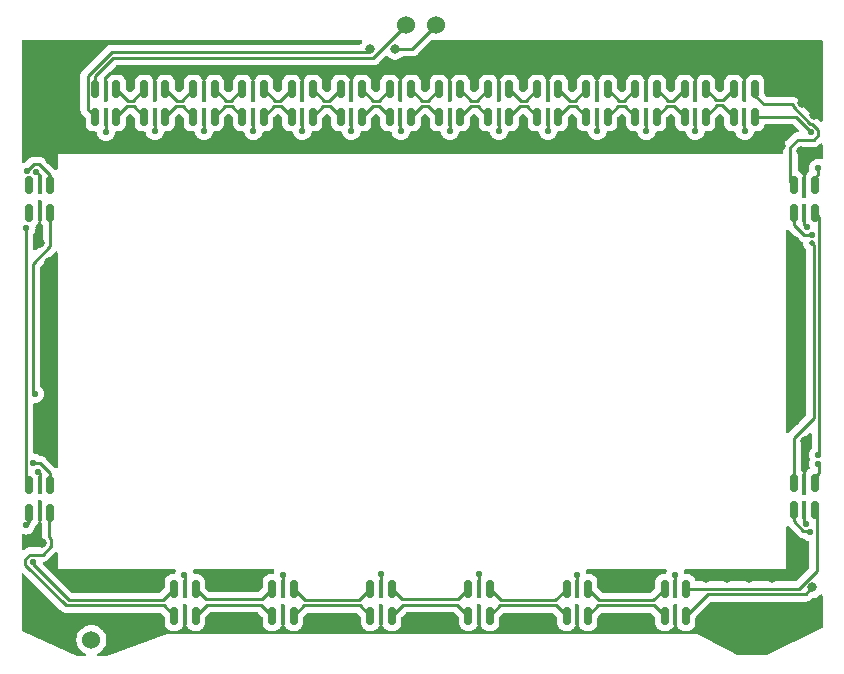
<source format=gbr>
%TF.GenerationSoftware,KiCad,Pcbnew,7.0.10*%
%TF.CreationDate,2024-04-14T19:33:57+02:00*%
%TF.ProjectId,LED_Ring,4c45445f-5269-46e6-972e-6b696361645f,rev?*%
%TF.SameCoordinates,Original*%
%TF.FileFunction,Copper,L1,Top*%
%TF.FilePolarity,Positive*%
%FSLAX46Y46*%
G04 Gerber Fmt 4.6, Leading zero omitted, Abs format (unit mm)*
G04 Created by KiCad (PCBNEW 7.0.10) date 2024-04-14 19:33:57*
%MOMM*%
%LPD*%
G01*
G04 APERTURE LIST*
G04 Aperture macros list*
%AMRoundRect*
0 Rectangle with rounded corners*
0 $1 Rounding radius*
0 $2 $3 $4 $5 $6 $7 $8 $9 X,Y pos of 4 corners*
0 Add a 4 corners polygon primitive as box body*
4,1,4,$2,$3,$4,$5,$6,$7,$8,$9,$2,$3,0*
0 Add four circle primitives for the rounded corners*
1,1,$1+$1,$2,$3*
1,1,$1+$1,$4,$5*
1,1,$1+$1,$6,$7*
1,1,$1+$1,$8,$9*
0 Add four rect primitives between the rounded corners*
20,1,$1+$1,$2,$3,$4,$5,0*
20,1,$1+$1,$4,$5,$6,$7,0*
20,1,$1+$1,$6,$7,$8,$9,0*
20,1,$1+$1,$8,$9,$2,$3,0*%
G04 Aperture macros list end*
%TA.AperFunction,SMDPad,CuDef*%
%ADD10RoundRect,0.150000X0.150000X0.600000X-0.150000X0.600000X-0.150000X-0.600000X0.150000X-0.600000X0*%
%TD*%
%TA.AperFunction,SMDPad,CuDef*%
%ADD11RoundRect,0.100000X0.100000X0.750000X-0.100000X0.750000X-0.100000X-0.750000X0.100000X-0.750000X0*%
%TD*%
%TA.AperFunction,SMDPad,CuDef*%
%ADD12RoundRect,0.100000X0.100000X0.650000X-0.100000X0.650000X-0.100000X-0.650000X0.100000X-0.650000X0*%
%TD*%
%TA.AperFunction,SMDPad,CuDef*%
%ADD13RoundRect,0.150000X-0.150000X-0.600000X0.150000X-0.600000X0.150000X0.600000X-0.150000X0.600000X0*%
%TD*%
%TA.AperFunction,SMDPad,CuDef*%
%ADD14RoundRect,0.100000X-0.100000X-0.750000X0.100000X-0.750000X0.100000X0.750000X-0.100000X0.750000X0*%
%TD*%
%TA.AperFunction,SMDPad,CuDef*%
%ADD15RoundRect,0.100000X-0.100000X-0.650000X0.100000X-0.650000X0.100000X0.650000X-0.100000X0.650000X0*%
%TD*%
%TA.AperFunction,ComponentPad*%
%ADD16C,1.524000*%
%TD*%
%TA.AperFunction,ViaPad*%
%ADD17C,0.800000*%
%TD*%
%TA.AperFunction,ViaPad*%
%ADD18C,0.550000*%
%TD*%
%TA.AperFunction,ViaPad*%
%ADD19C,0.500000*%
%TD*%
%TA.AperFunction,Conductor*%
%ADD20C,0.250000*%
%TD*%
G04 APERTURE END LIST*
D10*
%TO.P,D7,1,DI*%
%TO.N,Net-(D6-DO)*%
X43243000Y-16249000D03*
%TO.P,D7,2,DO*%
%TO.N,Net-(D7-DO)*%
X45043000Y-16249000D03*
%TO.P,D7,3,CI*%
%TO.N,Net-(D6-CO)*%
X43243000Y-18549000D03*
%TO.P,D7,4,CO*%
%TO.N,Net-(D7-CO)*%
X45043000Y-18549000D03*
D11*
%TO.P,D7,5,GND*%
%TO.N,GND*%
X44143000Y-16349000D03*
D12*
%TO.P,D7,6,VCC*%
%TO.N,+5V*%
X44143000Y-18549000D03*
%TD*%
D10*
%TO.P,D11,1,DI*%
%TO.N,Net-(D10-DO)*%
X59883000Y-16249000D03*
%TO.P,D11,2,DO*%
%TO.N,Net-(D11-DO)*%
X61683000Y-16249000D03*
%TO.P,D11,3,CI*%
%TO.N,Net-(D10-CO)*%
X59883000Y-18549000D03*
%TO.P,D11,4,CO*%
%TO.N,Net-(D11-CO)*%
X61683000Y-18549000D03*
D11*
%TO.P,D11,5,GND*%
%TO.N,GND*%
X60783000Y-16349000D03*
D12*
%TO.P,D11,6,VCC*%
%TO.N,+5V*%
X60783000Y-18549000D03*
%TD*%
D10*
%TO.P,D5,1,DI*%
%TO.N,Net-(D4-DO)*%
X34923000Y-16249000D03*
%TO.P,D5,2,DO*%
%TO.N,Net-(D5-DO)*%
X36723000Y-16249000D03*
%TO.P,D5,3,CI*%
%TO.N,Net-(D4-CO)*%
X34923000Y-18549000D03*
%TO.P,D5,4,CO*%
%TO.N,Net-(D5-CO)*%
X36723000Y-18549000D03*
D11*
%TO.P,D5,5,GND*%
%TO.N,GND*%
X35823000Y-16349000D03*
D12*
%TO.P,D5,6,VCC*%
%TO.N,+5V*%
X35823000Y-18549000D03*
%TD*%
D10*
%TO.P,D9,1,DI*%
%TO.N,Net-(D8-DO)*%
X51563000Y-16249000D03*
%TO.P,D9,2,DO*%
%TO.N,Net-(D10-DI)*%
X53363000Y-16249000D03*
%TO.P,D9,3,CI*%
%TO.N,Net-(D8-CO)*%
X51563000Y-18549000D03*
%TO.P,D9,4,CO*%
%TO.N,Net-(D10-CI)*%
X53363000Y-18549000D03*
D11*
%TO.P,D9,5,GND*%
%TO.N,GND*%
X52463000Y-16349000D03*
D12*
%TO.P,D9,6,VCC*%
%TO.N,+5V*%
X52463000Y-18549000D03*
%TD*%
D10*
%TO.P,D12,1,DI*%
%TO.N,Net-(D11-DO)*%
X64043000Y-16249000D03*
%TO.P,D12,2,DO*%
%TO.N,Net-(D12-DO)*%
X65843000Y-16249000D03*
%TO.P,D12,3,CI*%
%TO.N,Net-(D11-CO)*%
X64043000Y-18549000D03*
%TO.P,D12,4,CO*%
%TO.N,Net-(D12-CO)*%
X65843000Y-18549000D03*
D11*
%TO.P,D12,5,GND*%
%TO.N,GND*%
X64943000Y-16349000D03*
D12*
%TO.P,D12,6,VCC*%
%TO.N,+5V*%
X64943000Y-18549000D03*
%TD*%
D10*
%TO.P,D2,1,DI*%
%TO.N,Net-(D1-DO)*%
X22443000Y-16249000D03*
%TO.P,D2,2,DO*%
%TO.N,Net-(D2-DO)*%
X24243000Y-16249000D03*
%TO.P,D2,3,CI*%
%TO.N,Net-(D1-CO)*%
X22443000Y-18549000D03*
%TO.P,D2,4,CO*%
%TO.N,Net-(D2-CO)*%
X24243000Y-18549000D03*
D11*
%TO.P,D2,5,GND*%
%TO.N,GND*%
X23343000Y-16349000D03*
D12*
%TO.P,D2,6,VCC*%
%TO.N,+5V*%
X23343000Y-18549000D03*
%TD*%
D10*
%TO.P,D14,1,DI*%
%TO.N,Net-(D13-DO)*%
X72363000Y-16249000D03*
%TO.P,D14,2,DO*%
%TO.N,Net-(D14-DO)*%
X74163000Y-16249000D03*
%TO.P,D14,3,CI*%
%TO.N,Net-(D13-CO)*%
X72363000Y-18549000D03*
%TO.P,D14,4,CO*%
%TO.N,Net-(D14-CO)*%
X74163000Y-18549000D03*
D11*
%TO.P,D14,5,GND*%
%TO.N,GND*%
X73263000Y-16349000D03*
D12*
%TO.P,D14,6,VCC*%
%TO.N,+5V*%
X73263000Y-18549000D03*
%TD*%
D10*
%TO.P,D1,1,DI*%
%TO.N,/I2C_Data*%
X18283000Y-16249000D03*
%TO.P,D1,2,DO*%
%TO.N,Net-(D1-DO)*%
X20083000Y-16249000D03*
%TO.P,D1,3,CI*%
%TO.N,/I2C_CLK*%
X18283000Y-18549000D03*
%TO.P,D1,4,CO*%
%TO.N,Net-(D1-CO)*%
X20083000Y-18549000D03*
D11*
%TO.P,D1,5,GND*%
%TO.N,GND*%
X19183000Y-16349000D03*
D12*
%TO.P,D1,6,VCC*%
%TO.N,+5V*%
X19183000Y-18549000D03*
%TD*%
D13*
%TO.P,D20,1,DI*%
%TO.N,Net-(D19-DO)*%
X43399200Y-60840000D03*
%TO.P,D20,2,DO*%
%TO.N,Net-(D20-DO)*%
X41599200Y-60840000D03*
%TO.P,D20,3,CI*%
%TO.N,Net-(D19-CO)*%
X43399200Y-58540000D03*
%TO.P,D20,4,CO*%
%TO.N,Net-(D20-CO)*%
X41599200Y-58540000D03*
D14*
%TO.P,D20,5,GND*%
%TO.N,GND*%
X42499200Y-60740000D03*
D15*
%TO.P,D20,6,VCC*%
%TO.N,+5V*%
X42499200Y-58540000D03*
%TD*%
D13*
%TO.P,D21,1,DI*%
%TO.N,Net-(D20-DO)*%
X35095600Y-60840000D03*
%TO.P,D21,2,DO*%
%TO.N,Net-(D21-DO)*%
X33295600Y-60840000D03*
%TO.P,D21,3,CI*%
%TO.N,Net-(D20-CO)*%
X35095600Y-58540000D03*
%TO.P,D21,4,CO*%
%TO.N,Net-(D21-CO)*%
X33295600Y-58540000D03*
D14*
%TO.P,D21,5,GND*%
%TO.N,GND*%
X34195600Y-60740000D03*
D15*
%TO.P,D21,6,VCC*%
%TO.N,+5V*%
X34195600Y-58540000D03*
%TD*%
D10*
%TO.P,D6,1,DI*%
%TO.N,Net-(D5-DO)*%
X39083000Y-16249000D03*
%TO.P,D6,2,DO*%
%TO.N,Net-(D6-DO)*%
X40883000Y-16249000D03*
%TO.P,D6,3,CI*%
%TO.N,Net-(D5-CO)*%
X39083000Y-18549000D03*
%TO.P,D6,4,CO*%
%TO.N,Net-(D6-CO)*%
X40883000Y-18549000D03*
D11*
%TO.P,D6,5,GND*%
%TO.N,GND*%
X39983000Y-16349000D03*
D12*
%TO.P,D6,6,VCC*%
%TO.N,+5V*%
X39983000Y-18549000D03*
%TD*%
D10*
%TO.P,D4,1,DI*%
%TO.N,Net-(D3-DO)*%
X30763000Y-16249000D03*
%TO.P,D4,2,DO*%
%TO.N,Net-(D4-DO)*%
X32563000Y-16249000D03*
%TO.P,D4,3,CI*%
%TO.N,Net-(D3-CO)*%
X30763000Y-18549000D03*
%TO.P,D4,4,CO*%
%TO.N,Net-(D4-CO)*%
X32563000Y-18549000D03*
D11*
%TO.P,D4,5,GND*%
%TO.N,GND*%
X31663000Y-16349000D03*
D12*
%TO.P,D4,6,VCC*%
%TO.N,+5V*%
X31663000Y-18549000D03*
%TD*%
D10*
%TO.P,D10,1,DI*%
%TO.N,Net-(D10-DI)*%
X55723000Y-16249000D03*
%TO.P,D10,2,DO*%
%TO.N,Net-(D10-DO)*%
X57523000Y-16249000D03*
%TO.P,D10,3,CI*%
%TO.N,Net-(D10-CI)*%
X55723000Y-18549000D03*
%TO.P,D10,4,CO*%
%TO.N,Net-(D10-CO)*%
X57523000Y-18549000D03*
D11*
%TO.P,D10,5,GND*%
%TO.N,GND*%
X56623000Y-16349000D03*
D12*
%TO.P,D10,6,VCC*%
%TO.N,+5V*%
X56623000Y-18549000D03*
%TD*%
D10*
%TO.P,D8,1,DI*%
%TO.N,Net-(D7-DO)*%
X47403000Y-16249000D03*
%TO.P,D8,2,DO*%
%TO.N,Net-(D8-DO)*%
X49203000Y-16249000D03*
%TO.P,D8,3,CI*%
%TO.N,Net-(D7-CO)*%
X47403000Y-18549000D03*
%TO.P,D8,4,CO*%
%TO.N,Net-(D8-CO)*%
X49203000Y-18549000D03*
D11*
%TO.P,D8,5,GND*%
%TO.N,GND*%
X48303000Y-16349000D03*
D12*
%TO.P,D8,6,VCC*%
%TO.N,+5V*%
X48303000Y-18549000D03*
%TD*%
D13*
%TO.P,D23,1,DI*%
%TO.N,Net-(D22-DO)*%
X14484000Y-52084000D03*
%TO.P,D23,2,DO*%
%TO.N,Net-(D23-DO)*%
X12684000Y-52084000D03*
%TO.P,D23,3,CI*%
%TO.N,Net-(D22-CO)*%
X14484000Y-49784000D03*
%TO.P,D23,4,CO*%
%TO.N,Net-(D23-CO)*%
X12684000Y-49784000D03*
D14*
%TO.P,D23,5,GND*%
%TO.N,GND*%
X13584000Y-51984000D03*
D15*
%TO.P,D23,6,VCC*%
%TO.N,+5V*%
X13584000Y-49784000D03*
%TD*%
D10*
%TO.P,D13,1,DI*%
%TO.N,Net-(D12-DO)*%
X68203000Y-16249000D03*
%TO.P,D13,2,DO*%
%TO.N,Net-(D13-DO)*%
X70003000Y-16249000D03*
%TO.P,D13,3,CI*%
%TO.N,Net-(D12-CO)*%
X68203000Y-18549000D03*
%TO.P,D13,4,CO*%
%TO.N,Net-(D13-CO)*%
X70003000Y-18549000D03*
D11*
%TO.P,D13,5,GND*%
%TO.N,GND*%
X69103000Y-16349000D03*
D12*
%TO.P,D13,6,VCC*%
%TO.N,+5V*%
X69103000Y-18549000D03*
%TD*%
D10*
%TO.P,D16,1,DI*%
%TO.N,Net-(D15-DO)*%
X77432000Y-49544000D03*
%TO.P,D16,2,DO*%
%TO.N,Net-(D16-DO)*%
X79232000Y-49544000D03*
%TO.P,D16,3,CI*%
%TO.N,Net-(D15-CO)*%
X77432000Y-51844000D03*
%TO.P,D16,4,CO*%
%TO.N,Net-(D16-CO)*%
X79232000Y-51844000D03*
D11*
%TO.P,D16,5,GND*%
%TO.N,GND*%
X78332000Y-49644000D03*
D12*
%TO.P,D16,6,VCC*%
%TO.N,+5V*%
X78332000Y-51844000D03*
%TD*%
D13*
%TO.P,D17,1,DI*%
%TO.N,Net-(D16-DO)*%
X68310000Y-60840000D03*
%TO.P,D17,2,DO*%
%TO.N,Net-(D17-DO)*%
X66510000Y-60840000D03*
%TO.P,D17,3,CI*%
%TO.N,Net-(D16-CO)*%
X68310000Y-58540000D03*
%TO.P,D17,4,CO*%
%TO.N,Net-(D17-CO)*%
X66510000Y-58540000D03*
D14*
%TO.P,D17,5,GND*%
%TO.N,GND*%
X67410000Y-60740000D03*
D15*
%TO.P,D17,6,VCC*%
%TO.N,+5V*%
X67410000Y-58540000D03*
%TD*%
D10*
%TO.P,D3,1,DI*%
%TO.N,Net-(D2-DO)*%
X26603000Y-16249000D03*
%TO.P,D3,2,DO*%
%TO.N,Net-(D3-DO)*%
X28403000Y-16249000D03*
%TO.P,D3,3,CI*%
%TO.N,Net-(D2-CO)*%
X26603000Y-18549000D03*
%TO.P,D3,4,CO*%
%TO.N,Net-(D3-CO)*%
X28403000Y-18549000D03*
D11*
%TO.P,D3,5,GND*%
%TO.N,GND*%
X27503000Y-16349000D03*
D12*
%TO.P,D3,6,VCC*%
%TO.N,+5V*%
X27503000Y-18549000D03*
%TD*%
D13*
%TO.P,D24,1,DI*%
%TO.N,Net-(D23-DO)*%
X14484000Y-26684000D03*
%TO.P,D24,2,DO*%
%TO.N,unconnected-(D24-DO-Pad2)*%
X12684000Y-26684000D03*
%TO.P,D24,3,CI*%
%TO.N,Net-(D23-CO)*%
X14484000Y-24384000D03*
%TO.P,D24,4,CO*%
%TO.N,unconnected-(D24-CO-Pad4)*%
X12684000Y-24384000D03*
D14*
%TO.P,D24,5,GND*%
%TO.N,GND*%
X13584000Y-26584000D03*
D15*
%TO.P,D24,6,VCC*%
%TO.N,+5V*%
X13584000Y-24384000D03*
%TD*%
D13*
%TO.P,D18,1,DI*%
%TO.N,Net-(D17-DO)*%
X60006400Y-60840000D03*
%TO.P,D18,2,DO*%
%TO.N,Net-(D18-DO)*%
X58206400Y-60840000D03*
%TO.P,D18,3,CI*%
%TO.N,Net-(D17-CO)*%
X60006400Y-58540000D03*
%TO.P,D18,4,CO*%
%TO.N,Net-(D18-CO)*%
X58206400Y-58540000D03*
D14*
%TO.P,D18,5,GND*%
%TO.N,GND*%
X59106400Y-60740000D03*
D15*
%TO.P,D18,6,VCC*%
%TO.N,+5V*%
X59106400Y-58540000D03*
%TD*%
D13*
%TO.P,D19,1,DI*%
%TO.N,Net-(D18-DO)*%
X51702800Y-60840000D03*
%TO.P,D19,2,DO*%
%TO.N,Net-(D19-DO)*%
X49902800Y-60840000D03*
%TO.P,D19,3,CI*%
%TO.N,Net-(D18-CO)*%
X51702800Y-58540000D03*
%TO.P,D19,4,CO*%
%TO.N,Net-(D19-CO)*%
X49902800Y-58540000D03*
D14*
%TO.P,D19,5,GND*%
%TO.N,GND*%
X50802800Y-60740000D03*
D15*
%TO.P,D19,6,VCC*%
%TO.N,+5V*%
X50802800Y-58540000D03*
%TD*%
D13*
%TO.P,D22,1,DI*%
%TO.N,Net-(D21-DO)*%
X26792000Y-60840000D03*
%TO.P,D22,2,DO*%
%TO.N,Net-(D22-DO)*%
X24992000Y-60840000D03*
%TO.P,D22,3,CI*%
%TO.N,Net-(D21-CO)*%
X26792000Y-58540000D03*
%TO.P,D22,4,CO*%
%TO.N,Net-(D22-CO)*%
X24992000Y-58540000D03*
D14*
%TO.P,D22,5,GND*%
%TO.N,GND*%
X25892000Y-60740000D03*
D15*
%TO.P,D22,6,VCC*%
%TO.N,+5V*%
X25892000Y-58540000D03*
%TD*%
D16*
%TO.P,U1,1,I2C_Data*%
%TO.N,/I2C_Data*%
X44650000Y-10795000D03*
%TO.P,U1,2,I2C_CLK*%
%TO.N,/I2C_CLK*%
X47190000Y-10795000D03*
%TO.P,U1,3,5V*%
%TO.N,+5V*%
X17980000Y-62865000D03*
%TO.P,U1,4,GND*%
%TO.N,GND*%
X73860000Y-62865000D03*
%TD*%
D10*
%TO.P,D15,1,DI*%
%TO.N,Net-(D14-DO)*%
X77432000Y-24384000D03*
%TO.P,D15,2,DO*%
%TO.N,Net-(D15-DO)*%
X79232000Y-24384000D03*
%TO.P,D15,3,CI*%
%TO.N,Net-(D14-CO)*%
X77432000Y-26684000D03*
%TO.P,D15,4,CO*%
%TO.N,Net-(D15-CO)*%
X79232000Y-26684000D03*
D11*
%TO.P,D15,5,GND*%
%TO.N,GND*%
X78332000Y-24484000D03*
D12*
%TO.P,D15,6,VCC*%
%TO.N,+5V*%
X78332000Y-26684000D03*
%TD*%
D17*
%TO.N,/I2C_CLK*%
X43688000Y-12827000D03*
X41605847Y-12813847D03*
%TO.N,GND*%
X77851000Y-60325000D03*
X77470000Y-57277000D03*
X70231000Y-61595000D03*
X20853400Y-14630400D03*
X25349200Y-14782800D03*
X25349200Y-20675600D03*
X75565000Y-57658000D03*
X14579600Y-56642000D03*
X76200000Y-60325000D03*
X78079600Y-21488400D03*
X14401800Y-30886400D03*
X70993000Y-60325000D03*
X12700000Y-58674000D03*
X78409800Y-45999400D03*
X72771000Y-60325000D03*
X73660000Y-57658000D03*
X71755000Y-57658000D03*
X31750000Y-61214000D03*
X21310600Y-20751800D03*
X74930000Y-20904200D03*
X13639800Y-29235400D03*
X64897000Y-58293000D03*
X77520800Y-44348400D03*
X28321000Y-61214000D03*
X13831022Y-54615561D03*
X16230600Y-20751800D03*
X16764000Y-58039000D03*
X75742800Y-16129000D03*
X14478000Y-22225000D03*
X77546200Y-29057600D03*
X77724000Y-55626000D03*
X17246600Y-13208000D03*
X76403200Y-21005800D03*
X28321000Y-58267600D03*
X61849000Y-58293000D03*
X79121000Y-18415000D03*
X23495000Y-58293000D03*
X74422000Y-60325000D03*
X14732000Y-60706000D03*
X14300200Y-46507400D03*
X61849000Y-61341000D03*
X31750000Y-58166000D03*
X23495000Y-61214000D03*
X77749400Y-30734000D03*
X69977000Y-57658000D03*
X14224000Y-18313400D03*
X78105000Y-17399000D03*
X14351000Y-44932600D03*
X79121000Y-61341000D03*
X12725400Y-20447000D03*
X64770000Y-61341000D03*
D18*
%TO.N,+5V*%
X78502800Y-53009800D03*
X48336200Y-19761200D03*
X64973200Y-19761200D03*
X60807600Y-19761200D03*
X13496000Y-48603532D03*
X78528200Y-27940000D03*
X50800000Y-57302400D03*
X69113400Y-19761200D03*
X27508200Y-19761200D03*
X73279000Y-19761200D03*
X31699200Y-19761200D03*
X23342600Y-19786600D03*
X67411600Y-57327800D03*
X39979600Y-19761200D03*
X25857200Y-57327800D03*
X35839400Y-19761200D03*
X56642000Y-19786600D03*
X42494200Y-57302400D03*
X13311775Y-23217992D03*
X34188400Y-57327800D03*
X52476400Y-19761200D03*
X59105800Y-57327800D03*
X44170600Y-19786600D03*
X19202400Y-19862800D03*
%TO.N,Net-(D14-CO)*%
X78892035Y-19898165D03*
X78978200Y-28539234D03*
D19*
%TO.N,Net-(D15-DO)*%
X79003200Y-29263667D03*
D18*
X79527400Y-22910800D03*
%TO.N,Net-(D15-CO)*%
X79527400Y-47218600D03*
X78775736Y-53708377D03*
D17*
%TO.N,Net-(D16-DO)*%
X79007542Y-58420000D03*
D18*
X79527400Y-47968603D03*
%TO.N,Net-(D22-CO)*%
X13046000Y-47853600D03*
X12996073Y-56233939D03*
%TO.N,Net-(D23-DO)*%
X12420600Y-53162200D03*
X13173000Y-42011600D03*
%TO.N,Net-(D23-CO)*%
X12522237Y-23159001D03*
X12471400Y-27990800D03*
%TD*%
D20*
%TO.N,+5V*%
X13584000Y-23490217D02*
X13311775Y-23217992D01*
X13584000Y-24384000D02*
X13584000Y-23490217D01*
%TO.N,/I2C_Data*%
X41856000Y-13589000D02*
X44650000Y-10795000D01*
X18283000Y-16249000D02*
X18283000Y-15119396D01*
X19813396Y-13589000D02*
X41856000Y-13589000D01*
X18283000Y-15119396D02*
X19813396Y-13589000D01*
%TO.N,Net-(D1-DO)*%
X21037000Y-17203000D02*
X21489000Y-17203000D01*
X21489000Y-17203000D02*
X22443000Y-16249000D01*
X20083000Y-16249000D02*
X21037000Y-17203000D01*
%TO.N,/I2C_CLK*%
X18283000Y-18549000D02*
X17658000Y-17924000D01*
X22352000Y-13081000D02*
X41338694Y-13081000D01*
X43688000Y-12827000D02*
X45158000Y-12827000D01*
X45158000Y-12827000D02*
X47190000Y-10795000D01*
X41338694Y-13081000D02*
X41605847Y-12813847D01*
X17658000Y-17924000D02*
X17658000Y-15108000D01*
X19685000Y-13081000D02*
X22352000Y-13081000D01*
X17658000Y-15108000D02*
X19685000Y-13081000D01*
%TO.N,Net-(D1-CO)*%
X20083000Y-18549000D02*
X20979000Y-17653000D01*
X21547000Y-17653000D02*
X22443000Y-18549000D01*
X20979000Y-17653000D02*
X21547000Y-17653000D01*
%TO.N,+5V*%
X23343000Y-19786200D02*
X23342600Y-19786600D01*
X64943000Y-18549000D02*
X64943000Y-19731000D01*
X19183000Y-18549000D02*
X19183000Y-19843400D01*
X50802800Y-57305200D02*
X50800000Y-57302400D01*
X78332000Y-51844000D02*
X78332000Y-52839000D01*
X44143000Y-18549000D02*
X44143000Y-19759000D01*
X34195600Y-58540000D02*
X34195600Y-57335000D01*
X27503000Y-19756000D02*
X27508200Y-19761200D01*
X35823000Y-18549000D02*
X35823000Y-19744800D01*
X25892000Y-58540000D02*
X25892000Y-57362600D01*
X60783000Y-18549000D02*
X60783000Y-19736600D01*
X23343000Y-18549000D02*
X23343000Y-19786200D01*
X52463000Y-19747800D02*
X52476400Y-19761200D01*
X48303000Y-18549000D02*
X48303000Y-19728000D01*
X73263000Y-18549000D02*
X73263000Y-19745200D01*
X60783000Y-19736600D02*
X60807600Y-19761200D01*
X39983000Y-18549000D02*
X39983000Y-19757800D01*
X31663000Y-18549000D02*
X31663000Y-19725000D01*
X56623000Y-18549000D02*
X56623000Y-19767600D01*
X52463000Y-18549000D02*
X52463000Y-19747800D01*
X67410000Y-58540000D02*
X67410000Y-57329400D01*
X25892000Y-57362600D02*
X25857200Y-57327800D01*
X64943000Y-19731000D02*
X64973200Y-19761200D01*
X39983000Y-19757800D02*
X39979600Y-19761200D01*
X69103000Y-18549000D02*
X69103000Y-19750800D01*
X42499200Y-57307400D02*
X42494200Y-57302400D01*
X59106400Y-57328400D02*
X59105800Y-57327800D01*
X78332000Y-26684000D02*
X78332000Y-27743800D01*
X13584000Y-48691532D02*
X13496000Y-48603532D01*
X44143000Y-19759000D02*
X44170600Y-19786600D01*
X50802800Y-58540000D02*
X50802800Y-57305200D01*
X35823000Y-19744800D02*
X35839400Y-19761200D01*
X31663000Y-19725000D02*
X31699200Y-19761200D01*
X27503000Y-18549000D02*
X27503000Y-19756000D01*
X59106400Y-58540000D02*
X59106400Y-57328400D01*
X78332000Y-27743800D02*
X78528200Y-27940000D01*
X34195600Y-57335000D02*
X34188400Y-57327800D01*
X48303000Y-19728000D02*
X48336200Y-19761200D01*
X73263000Y-19745200D02*
X73279000Y-19761200D01*
X42499200Y-58540000D02*
X42499200Y-57307400D01*
X56623000Y-19767600D02*
X56642000Y-19786600D01*
X67410000Y-57329400D02*
X67411600Y-57327800D01*
X19183000Y-19843400D02*
X19202400Y-19862800D01*
X78332000Y-52839000D02*
X78502800Y-53009800D01*
X13584000Y-49784000D02*
X13584000Y-48691532D01*
X69103000Y-19750800D02*
X69113400Y-19761200D01*
%TO.N,Net-(D2-DO)*%
X25649000Y-17203000D02*
X26603000Y-16249000D01*
X25197000Y-17203000D02*
X25649000Y-17203000D01*
X24243000Y-16249000D02*
X25197000Y-17203000D01*
%TO.N,Net-(D2-CO)*%
X24243000Y-18549000D02*
X25139000Y-17653000D01*
X25139000Y-17653000D02*
X25707000Y-17653000D01*
X25707000Y-17653000D02*
X26603000Y-18549000D01*
%TO.N,Net-(D3-DO)*%
X28403000Y-16249000D02*
X29357000Y-17203000D01*
X29809000Y-17203000D02*
X30763000Y-16249000D01*
X29357000Y-17203000D02*
X29809000Y-17203000D01*
%TO.N,Net-(D3-CO)*%
X28403000Y-18549000D02*
X29299000Y-17653000D01*
X29867000Y-17653000D02*
X30763000Y-18549000D01*
X29299000Y-17653000D02*
X29867000Y-17653000D01*
%TO.N,Net-(D4-DO)*%
X33969000Y-17203000D02*
X34923000Y-16249000D01*
X32563000Y-16249000D02*
X33517000Y-17203000D01*
X33517000Y-17203000D02*
X33969000Y-17203000D01*
%TO.N,Net-(D4-CO)*%
X33459000Y-17653000D02*
X34027000Y-17653000D01*
X34027000Y-17653000D02*
X34923000Y-18549000D01*
X32563000Y-18549000D02*
X33459000Y-17653000D01*
%TO.N,Net-(D5-DO)*%
X38129000Y-17203000D02*
X39083000Y-16249000D01*
X36723000Y-16249000D02*
X37677000Y-17203000D01*
X37677000Y-17203000D02*
X38129000Y-17203000D01*
%TO.N,Net-(D5-CO)*%
X38187000Y-17653000D02*
X39083000Y-18549000D01*
X36723000Y-18549000D02*
X37619000Y-17653000D01*
X37619000Y-17653000D02*
X38187000Y-17653000D01*
%TO.N,Net-(D6-DO)*%
X41837000Y-17203000D02*
X42289000Y-17203000D01*
X42289000Y-17203000D02*
X43243000Y-16249000D01*
X40883000Y-16249000D02*
X41837000Y-17203000D01*
%TO.N,Net-(D6-CO)*%
X42347000Y-17653000D02*
X43243000Y-18549000D01*
X40883000Y-18549000D02*
X41779000Y-17653000D01*
X41779000Y-17653000D02*
X42347000Y-17653000D01*
%TO.N,Net-(D7-DO)*%
X45997000Y-17203000D02*
X46449000Y-17203000D01*
X46449000Y-17203000D02*
X47403000Y-16249000D01*
X45043000Y-16249000D02*
X45997000Y-17203000D01*
%TO.N,Net-(D7-CO)*%
X45939000Y-17653000D02*
X46507000Y-17653000D01*
X46507000Y-17653000D02*
X47403000Y-18549000D01*
X45043000Y-18549000D02*
X45939000Y-17653000D01*
%TO.N,Net-(D8-DO)*%
X50609000Y-17203000D02*
X51563000Y-16249000D01*
X50157000Y-17203000D02*
X50609000Y-17203000D01*
X49203000Y-16249000D02*
X50157000Y-17203000D01*
%TO.N,Net-(D8-CO)*%
X49203000Y-18549000D02*
X50099000Y-17653000D01*
X50667000Y-17653000D02*
X51563000Y-18549000D01*
X50099000Y-17653000D02*
X50667000Y-17653000D01*
%TO.N,Net-(D10-DI)*%
X53363000Y-16249000D02*
X54317000Y-17203000D01*
X54769000Y-17203000D02*
X55723000Y-16249000D01*
X54317000Y-17203000D02*
X54769000Y-17203000D01*
%TO.N,Net-(D10-CI)*%
X54827000Y-17653000D02*
X55723000Y-18549000D01*
X54259000Y-17653000D02*
X54827000Y-17653000D01*
X53363000Y-18549000D02*
X54259000Y-17653000D01*
%TO.N,Net-(D10-DO)*%
X58929000Y-17203000D02*
X59883000Y-16249000D01*
X58477000Y-17203000D02*
X58929000Y-17203000D01*
X57523000Y-16249000D02*
X58477000Y-17203000D01*
%TO.N,Net-(D10-CO)*%
X58987000Y-17653000D02*
X59883000Y-18549000D01*
X58419000Y-17653000D02*
X58987000Y-17653000D01*
X57523000Y-18549000D02*
X58419000Y-17653000D01*
%TO.N,Net-(D11-DO)*%
X63089000Y-17203000D02*
X64043000Y-16249000D01*
X62637000Y-17203000D02*
X63089000Y-17203000D01*
X61683000Y-16249000D02*
X62637000Y-17203000D01*
%TO.N,Net-(D11-CO)*%
X61683000Y-18549000D02*
X62579000Y-17653000D01*
X63147000Y-17653000D02*
X64043000Y-18549000D01*
X62579000Y-17653000D02*
X63147000Y-17653000D01*
%TO.N,Net-(D12-DO)*%
X66797000Y-17203000D02*
X67249000Y-17203000D01*
X65843000Y-16249000D02*
X66797000Y-17203000D01*
X67249000Y-17203000D02*
X68203000Y-16249000D01*
%TO.N,Net-(D12-CO)*%
X66739000Y-17653000D02*
X67307000Y-17653000D01*
X67307000Y-17653000D02*
X68203000Y-18549000D01*
X65843000Y-18549000D02*
X66739000Y-17653000D01*
%TO.N,Net-(D13-DO)*%
X70899000Y-17145000D02*
X71467000Y-17145000D01*
X71467000Y-17145000D02*
X72363000Y-16249000D01*
X70003000Y-16249000D02*
X70899000Y-17145000D01*
%TO.N,Net-(D13-CO)*%
X71409000Y-17595000D02*
X72363000Y-18549000D01*
X70957000Y-17595000D02*
X71409000Y-17595000D01*
X70003000Y-18549000D02*
X70957000Y-17595000D01*
%TO.N,Net-(D14-DO)*%
X79140564Y-20498165D02*
X77774435Y-20498165D01*
X79492035Y-19649636D02*
X79492035Y-20146694D01*
X78820695Y-19140000D02*
X78982400Y-19140000D01*
X77368400Y-17526000D02*
X77368400Y-17687705D01*
X78982400Y-19140000D02*
X79492035Y-19649636D01*
X77139800Y-24091800D02*
X77432000Y-24384000D01*
X77139800Y-21132800D02*
X77139800Y-24091800D01*
X77774435Y-20498165D02*
X77139800Y-21132800D01*
X74163000Y-16775000D02*
X74914000Y-17526000D01*
X74163000Y-16249000D02*
X74163000Y-16775000D01*
X74914000Y-17526000D02*
X77368400Y-17526000D01*
X77368400Y-17687705D02*
X78820695Y-19140000D01*
X79492035Y-20146694D02*
X79140564Y-20498165D01*
%TO.N,Net-(D14-CO)*%
X78978200Y-28539234D02*
X78278905Y-28539234D01*
X77432000Y-27692329D02*
X77432000Y-26684000D01*
X78892035Y-19898165D02*
X78892035Y-19847736D01*
X78278905Y-28539234D02*
X77432000Y-27692329D01*
X78892035Y-19847736D02*
X77593299Y-18549000D01*
X77593299Y-18549000D02*
X74163000Y-18549000D01*
%TO.N,Net-(D15-DO)*%
X79527400Y-23418800D02*
X79232000Y-23714200D01*
X77432000Y-45758000D02*
X77432000Y-49544000D01*
X79003200Y-29263667D02*
X79128200Y-29388667D01*
X79128200Y-44061800D02*
X77432000Y-45758000D01*
X79128200Y-29388667D02*
X79128200Y-44061800D01*
X79232000Y-23714200D02*
X79232000Y-24384000D01*
X79527400Y-22910800D02*
X79527400Y-23418800D01*
%TO.N,Net-(D15-CO)*%
X79578200Y-27030200D02*
X79232000Y-26684000D01*
X79527400Y-47218600D02*
X79578200Y-47167800D01*
X78775736Y-53708377D02*
X78677159Y-53609800D01*
X78254271Y-53609800D02*
X77432000Y-52787529D01*
X78677159Y-53609800D02*
X78254271Y-53609800D01*
X79578200Y-47167800D02*
X79578200Y-27030200D01*
X77432000Y-52787529D02*
X77432000Y-51844000D01*
%TO.N,Net-(D16-DO)*%
X79232000Y-49088800D02*
X79552800Y-48768000D01*
X79007542Y-58420000D02*
X78437542Y-58990000D01*
X79552800Y-47994003D02*
X79527400Y-47968603D01*
X79552800Y-48768000D02*
X79552800Y-47994003D01*
X79232000Y-49544000D02*
X79232000Y-49088800D01*
X78437542Y-58990000D02*
X70160000Y-58990000D01*
X70160000Y-58990000D02*
X68310000Y-60840000D01*
%TO.N,Net-(D16-CO)*%
X77858000Y-58540000D02*
X68310000Y-58540000D01*
X79375000Y-57023000D02*
X77858000Y-58540000D01*
X79375000Y-51987000D02*
X79375000Y-57023000D01*
X79232000Y-51844000D02*
X79375000Y-51987000D01*
%TO.N,Net-(D17-DO)*%
X60902400Y-59944000D02*
X65614000Y-59944000D01*
X65614000Y-59944000D02*
X66510000Y-60840000D01*
X60006400Y-60840000D02*
X60902400Y-59944000D01*
%TO.N,Net-(D17-CO)*%
X60960400Y-59494000D02*
X60006400Y-58540000D01*
X65556000Y-59494000D02*
X60960400Y-59494000D01*
X66510000Y-58540000D02*
X65556000Y-59494000D01*
%TO.N,Net-(D18-DO)*%
X52598800Y-59944000D02*
X57310400Y-59944000D01*
X51702800Y-60840000D02*
X52598800Y-59944000D01*
X57310400Y-59944000D02*
X58206400Y-60840000D01*
%TO.N,Net-(D18-CO)*%
X52656800Y-59494000D02*
X51702800Y-58540000D01*
X58206400Y-58540000D02*
X57252400Y-59494000D01*
X57252400Y-59494000D02*
X52656800Y-59494000D01*
%TO.N,Net-(D19-DO)*%
X43399200Y-60840000D02*
X44353200Y-59886000D01*
X48948800Y-59886000D02*
X49902800Y-60840000D01*
X44353200Y-59886000D02*
X48948800Y-59886000D01*
%TO.N,Net-(D19-CO)*%
X44295200Y-59436000D02*
X43399200Y-58540000D01*
X49902800Y-58540000D02*
X49006800Y-59436000D01*
X49006800Y-59436000D02*
X44295200Y-59436000D01*
%TO.N,Net-(D20-DO)*%
X35991600Y-59944000D02*
X40703200Y-59944000D01*
X35095600Y-60840000D02*
X35991600Y-59944000D01*
X40703200Y-59944000D02*
X41599200Y-60840000D01*
%TO.N,Net-(D20-CO)*%
X40645200Y-59494000D02*
X36049600Y-59494000D01*
X36049600Y-59494000D02*
X35095600Y-58540000D01*
X41599200Y-58540000D02*
X40645200Y-59494000D01*
%TO.N,Net-(D21-DO)*%
X27746000Y-59886000D02*
X32341600Y-59886000D01*
X32341600Y-59886000D02*
X33295600Y-60840000D01*
X26792000Y-60840000D02*
X27746000Y-59886000D01*
%TO.N,Net-(D21-CO)*%
X33295600Y-58540000D02*
X32399600Y-59436000D01*
X27688000Y-59436000D02*
X26792000Y-58540000D01*
X32399600Y-59436000D02*
X27688000Y-59436000D01*
%TO.N,Net-(D22-DO)*%
X13837949Y-55633939D02*
X14556022Y-54915866D01*
X14556022Y-54915866D02*
X14556022Y-54315256D01*
X24992000Y-60840000D02*
X24096000Y-59944000D01*
X14401800Y-52166200D02*
X14484000Y-52084000D01*
X14556022Y-54315256D02*
X14401800Y-54161034D01*
X15857604Y-59944000D02*
X12395200Y-56481596D01*
X12747544Y-55633939D02*
X13837949Y-55633939D01*
X12395200Y-56481596D02*
X12395200Y-55986283D01*
X14401800Y-54161034D02*
X14401800Y-52166200D01*
X12395200Y-55986283D02*
X12747544Y-55633939D01*
X24096000Y-59944000D02*
X15857604Y-59944000D01*
%TO.N,Net-(D22-CO)*%
X13314071Y-47853600D02*
X13374471Y-47914000D01*
X13374471Y-47914000D02*
X13654997Y-47914000D01*
X13046000Y-47853600D02*
X13314071Y-47853600D01*
X12996073Y-56446073D02*
X16044000Y-59494000D01*
X13654997Y-47914000D02*
X14484000Y-48743003D01*
X12996073Y-56233939D02*
X12996073Y-56446073D01*
X14484000Y-48743003D02*
X14484000Y-49784000D01*
X24038000Y-59494000D02*
X24992000Y-58540000D01*
X16044000Y-59494000D02*
X24038000Y-59494000D01*
%TO.N,Net-(D23-DO)*%
X13023000Y-41861600D02*
X13023000Y-30995200D01*
X14484000Y-29534200D02*
X14484000Y-26684000D01*
X13173000Y-42011600D02*
X13023000Y-41861600D01*
X12420600Y-53162200D02*
X12684000Y-52898800D01*
X12684000Y-52898800D02*
X12684000Y-52084000D01*
X13023000Y-30995200D02*
X14484000Y-29534200D01*
%TO.N,Net-(D23-CO)*%
X14484000Y-23510305D02*
X14484000Y-24384000D01*
X13100638Y-22580600D02*
X13554295Y-22580600D01*
X12471400Y-27990800D02*
X12446000Y-28016200D01*
X12446000Y-49546000D02*
X12684000Y-49784000D01*
X13554295Y-22580600D02*
X14484000Y-23510305D01*
X12446000Y-28016200D02*
X12446000Y-49546000D01*
X12522237Y-23159001D02*
X13100638Y-22580600D01*
%TD*%
%TA.AperFunction,Conductor*%
%TO.N,GND*%
G36*
X12270203Y-57241635D02*
G01*
X12276681Y-57247667D01*
X15356798Y-60327784D01*
X15366623Y-60340048D01*
X15366844Y-60339866D01*
X15371814Y-60345874D01*
X15420843Y-60391915D01*
X15423640Y-60394626D01*
X15443134Y-60414120D01*
X15446299Y-60416575D01*
X15455175Y-60424156D01*
X15487022Y-60454062D01*
X15487026Y-60454064D01*
X15504577Y-60463713D01*
X15520835Y-60474392D01*
X15536668Y-60486674D01*
X15572014Y-60501968D01*
X15576759Y-60504022D01*
X15587239Y-60509155D01*
X15625512Y-60530197D01*
X15644916Y-60535179D01*
X15663314Y-60541478D01*
X15681709Y-60549438D01*
X15724858Y-60556271D01*
X15736284Y-60558638D01*
X15778585Y-60569500D01*
X15798620Y-60569500D01*
X15818017Y-60571026D01*
X15837800Y-60574160D01*
X15881279Y-60570050D01*
X15892948Y-60569500D01*
X23785548Y-60569500D01*
X23852587Y-60589185D01*
X23873229Y-60605819D01*
X24155181Y-60887771D01*
X24188666Y-60949094D01*
X24191500Y-60975452D01*
X24191500Y-61505701D01*
X24194401Y-61542567D01*
X24194402Y-61542573D01*
X24240254Y-61700393D01*
X24240255Y-61700396D01*
X24323917Y-61841862D01*
X24323923Y-61841870D01*
X24440129Y-61958076D01*
X24440133Y-61958079D01*
X24440135Y-61958081D01*
X24581602Y-62041744D01*
X24622111Y-62053513D01*
X24739426Y-62087597D01*
X24739429Y-62087597D01*
X24739431Y-62087598D01*
X24776306Y-62090500D01*
X24776314Y-62090500D01*
X25207686Y-62090500D01*
X25207694Y-62090500D01*
X25244569Y-62087598D01*
X25244571Y-62087597D01*
X25244573Y-62087597D01*
X25329875Y-62062814D01*
X25402398Y-62041744D01*
X25543865Y-61958081D01*
X25660081Y-61841865D01*
X25743744Y-61700398D01*
X25772924Y-61599962D01*
X25810530Y-61541076D01*
X25874003Y-61511870D01*
X25943189Y-61521616D01*
X25996124Y-61567220D01*
X26011076Y-61599962D01*
X26040254Y-61700393D01*
X26040255Y-61700396D01*
X26123917Y-61841862D01*
X26123923Y-61841870D01*
X26240129Y-61958076D01*
X26240133Y-61958079D01*
X26240135Y-61958081D01*
X26381602Y-62041744D01*
X26422111Y-62053513D01*
X26539426Y-62087597D01*
X26539429Y-62087597D01*
X26539431Y-62087598D01*
X26576306Y-62090500D01*
X26576314Y-62090500D01*
X27007686Y-62090500D01*
X27007694Y-62090500D01*
X27044569Y-62087598D01*
X27044571Y-62087597D01*
X27044573Y-62087597D01*
X27129875Y-62062814D01*
X27202398Y-62041744D01*
X27343865Y-61958081D01*
X27460081Y-61841865D01*
X27543744Y-61700398D01*
X27589598Y-61542569D01*
X27592500Y-61505694D01*
X27592500Y-60975452D01*
X27612185Y-60908413D01*
X27628819Y-60887771D01*
X27968771Y-60547819D01*
X28030094Y-60514334D01*
X28056452Y-60511500D01*
X32031148Y-60511500D01*
X32098187Y-60531185D01*
X32118829Y-60547819D01*
X32458781Y-60887771D01*
X32492266Y-60949094D01*
X32495100Y-60975452D01*
X32495100Y-61505701D01*
X32498001Y-61542567D01*
X32498002Y-61542573D01*
X32543854Y-61700393D01*
X32543855Y-61700396D01*
X32627517Y-61841862D01*
X32627523Y-61841870D01*
X32743729Y-61958076D01*
X32743733Y-61958079D01*
X32743735Y-61958081D01*
X32885202Y-62041744D01*
X32925711Y-62053513D01*
X33043026Y-62087597D01*
X33043029Y-62087597D01*
X33043031Y-62087598D01*
X33079906Y-62090500D01*
X33079914Y-62090500D01*
X33511286Y-62090500D01*
X33511294Y-62090500D01*
X33548169Y-62087598D01*
X33548171Y-62087597D01*
X33548173Y-62087597D01*
X33633475Y-62062814D01*
X33705998Y-62041744D01*
X33847465Y-61958081D01*
X33963681Y-61841865D01*
X34047344Y-61700398D01*
X34076524Y-61599962D01*
X34114130Y-61541076D01*
X34177603Y-61511870D01*
X34246789Y-61521616D01*
X34299724Y-61567220D01*
X34314676Y-61599962D01*
X34343854Y-61700393D01*
X34343855Y-61700396D01*
X34427517Y-61841862D01*
X34427523Y-61841870D01*
X34543729Y-61958076D01*
X34543733Y-61958079D01*
X34543735Y-61958081D01*
X34685202Y-62041744D01*
X34725711Y-62053513D01*
X34843026Y-62087597D01*
X34843029Y-62087597D01*
X34843031Y-62087598D01*
X34879906Y-62090500D01*
X34879914Y-62090500D01*
X35311286Y-62090500D01*
X35311294Y-62090500D01*
X35348169Y-62087598D01*
X35348171Y-62087597D01*
X35348173Y-62087597D01*
X35433475Y-62062814D01*
X35505998Y-62041744D01*
X35647465Y-61958081D01*
X35763681Y-61841865D01*
X35847344Y-61700398D01*
X35893198Y-61542569D01*
X35896100Y-61505694D01*
X35896100Y-60975452D01*
X35915785Y-60908413D01*
X35932419Y-60887771D01*
X36214372Y-60605819D01*
X36275695Y-60572334D01*
X36302053Y-60569500D01*
X40392748Y-60569500D01*
X40459787Y-60589185D01*
X40480429Y-60605819D01*
X40762381Y-60887771D01*
X40795866Y-60949094D01*
X40798700Y-60975452D01*
X40798700Y-61505701D01*
X40801601Y-61542567D01*
X40801602Y-61542573D01*
X40847454Y-61700393D01*
X40847455Y-61700396D01*
X40931117Y-61841862D01*
X40931123Y-61841870D01*
X41047329Y-61958076D01*
X41047333Y-61958079D01*
X41047335Y-61958081D01*
X41188802Y-62041744D01*
X41229311Y-62053513D01*
X41346626Y-62087597D01*
X41346629Y-62087597D01*
X41346631Y-62087598D01*
X41383506Y-62090500D01*
X41383514Y-62090500D01*
X41814886Y-62090500D01*
X41814894Y-62090500D01*
X41851769Y-62087598D01*
X41851771Y-62087597D01*
X41851773Y-62087597D01*
X41937075Y-62062814D01*
X42009598Y-62041744D01*
X42151065Y-61958081D01*
X42267281Y-61841865D01*
X42350944Y-61700398D01*
X42380124Y-61599962D01*
X42417730Y-61541076D01*
X42481203Y-61511870D01*
X42550389Y-61521616D01*
X42603324Y-61567220D01*
X42618276Y-61599962D01*
X42647454Y-61700393D01*
X42647455Y-61700396D01*
X42731117Y-61841862D01*
X42731123Y-61841870D01*
X42847329Y-61958076D01*
X42847333Y-61958079D01*
X42847335Y-61958081D01*
X42988802Y-62041744D01*
X43029311Y-62053513D01*
X43146626Y-62087597D01*
X43146629Y-62087597D01*
X43146631Y-62087598D01*
X43183506Y-62090500D01*
X43183514Y-62090500D01*
X43614886Y-62090500D01*
X43614894Y-62090500D01*
X43651769Y-62087598D01*
X43651771Y-62087597D01*
X43651773Y-62087597D01*
X43737075Y-62062814D01*
X43809598Y-62041744D01*
X43951065Y-61958081D01*
X44067281Y-61841865D01*
X44150944Y-61700398D01*
X44196798Y-61542569D01*
X44199700Y-61505694D01*
X44199700Y-60975452D01*
X44219385Y-60908413D01*
X44236019Y-60887771D01*
X44575971Y-60547819D01*
X44637294Y-60514334D01*
X44663652Y-60511500D01*
X48638348Y-60511500D01*
X48705387Y-60531185D01*
X48726029Y-60547819D01*
X49065981Y-60887771D01*
X49099466Y-60949094D01*
X49102300Y-60975452D01*
X49102300Y-61505701D01*
X49105201Y-61542567D01*
X49105202Y-61542573D01*
X49151054Y-61700393D01*
X49151055Y-61700396D01*
X49234717Y-61841862D01*
X49234723Y-61841870D01*
X49350929Y-61958076D01*
X49350933Y-61958079D01*
X49350935Y-61958081D01*
X49492402Y-62041744D01*
X49532911Y-62053513D01*
X49650226Y-62087597D01*
X49650229Y-62087597D01*
X49650231Y-62087598D01*
X49687106Y-62090500D01*
X49687114Y-62090500D01*
X50118486Y-62090500D01*
X50118494Y-62090500D01*
X50155369Y-62087598D01*
X50155371Y-62087597D01*
X50155373Y-62087597D01*
X50240675Y-62062814D01*
X50313198Y-62041744D01*
X50454665Y-61958081D01*
X50570881Y-61841865D01*
X50654544Y-61700398D01*
X50683724Y-61599962D01*
X50721330Y-61541076D01*
X50784803Y-61511870D01*
X50853989Y-61521616D01*
X50906924Y-61567220D01*
X50921876Y-61599962D01*
X50951054Y-61700393D01*
X50951055Y-61700396D01*
X51034717Y-61841862D01*
X51034723Y-61841870D01*
X51150929Y-61958076D01*
X51150933Y-61958079D01*
X51150935Y-61958081D01*
X51292402Y-62041744D01*
X51332911Y-62053513D01*
X51450226Y-62087597D01*
X51450229Y-62087597D01*
X51450231Y-62087598D01*
X51487106Y-62090500D01*
X51487114Y-62090500D01*
X51918486Y-62090500D01*
X51918494Y-62090500D01*
X51955369Y-62087598D01*
X51955371Y-62087597D01*
X51955373Y-62087597D01*
X52040675Y-62062814D01*
X52113198Y-62041744D01*
X52254665Y-61958081D01*
X52370881Y-61841865D01*
X52454544Y-61700398D01*
X52500398Y-61542569D01*
X52503300Y-61505694D01*
X52503300Y-60975452D01*
X52522985Y-60908413D01*
X52539619Y-60887771D01*
X52821572Y-60605819D01*
X52882895Y-60572334D01*
X52909253Y-60569500D01*
X56999948Y-60569500D01*
X57066987Y-60589185D01*
X57087629Y-60605819D01*
X57369581Y-60887771D01*
X57403066Y-60949094D01*
X57405900Y-60975452D01*
X57405900Y-61505701D01*
X57408801Y-61542567D01*
X57408802Y-61542573D01*
X57454654Y-61700393D01*
X57454655Y-61700396D01*
X57538317Y-61841862D01*
X57538323Y-61841870D01*
X57654529Y-61958076D01*
X57654533Y-61958079D01*
X57654535Y-61958081D01*
X57796002Y-62041744D01*
X57836511Y-62053513D01*
X57953826Y-62087597D01*
X57953829Y-62087597D01*
X57953831Y-62087598D01*
X57990706Y-62090500D01*
X57990714Y-62090500D01*
X58422086Y-62090500D01*
X58422094Y-62090500D01*
X58458969Y-62087598D01*
X58458971Y-62087597D01*
X58458973Y-62087597D01*
X58544275Y-62062814D01*
X58616798Y-62041744D01*
X58758265Y-61958081D01*
X58874481Y-61841865D01*
X58958144Y-61700398D01*
X58987324Y-61599962D01*
X59024930Y-61541076D01*
X59088403Y-61511870D01*
X59157589Y-61521616D01*
X59210524Y-61567220D01*
X59225476Y-61599962D01*
X59254654Y-61700393D01*
X59254655Y-61700396D01*
X59338317Y-61841862D01*
X59338323Y-61841870D01*
X59454529Y-61958076D01*
X59454533Y-61958079D01*
X59454535Y-61958081D01*
X59596002Y-62041744D01*
X59636511Y-62053513D01*
X59753826Y-62087597D01*
X59753829Y-62087597D01*
X59753831Y-62087598D01*
X59790706Y-62090500D01*
X59790714Y-62090500D01*
X60222086Y-62090500D01*
X60222094Y-62090500D01*
X60258969Y-62087598D01*
X60258971Y-62087597D01*
X60258973Y-62087597D01*
X60344275Y-62062814D01*
X60416798Y-62041744D01*
X60558265Y-61958081D01*
X60674481Y-61841865D01*
X60758144Y-61700398D01*
X60803998Y-61542569D01*
X60806900Y-61505694D01*
X60806900Y-60975452D01*
X60826585Y-60908413D01*
X60843219Y-60887771D01*
X61125172Y-60605819D01*
X61186495Y-60572334D01*
X61212853Y-60569500D01*
X65303548Y-60569500D01*
X65370587Y-60589185D01*
X65391229Y-60605819D01*
X65673181Y-60887771D01*
X65706666Y-60949094D01*
X65709500Y-60975452D01*
X65709500Y-61505701D01*
X65712401Y-61542567D01*
X65712402Y-61542573D01*
X65758254Y-61700393D01*
X65758255Y-61700396D01*
X65841917Y-61841862D01*
X65841923Y-61841870D01*
X65958129Y-61958076D01*
X65958133Y-61958079D01*
X65958135Y-61958081D01*
X66099602Y-62041744D01*
X66140111Y-62053513D01*
X66257426Y-62087597D01*
X66257429Y-62087597D01*
X66257431Y-62087598D01*
X66294306Y-62090500D01*
X66294314Y-62090500D01*
X66725686Y-62090500D01*
X66725694Y-62090500D01*
X66762569Y-62087598D01*
X66762571Y-62087597D01*
X66762573Y-62087597D01*
X66847875Y-62062814D01*
X66920398Y-62041744D01*
X67061865Y-61958081D01*
X67178081Y-61841865D01*
X67261744Y-61700398D01*
X67290924Y-61599962D01*
X67328530Y-61541076D01*
X67392003Y-61511870D01*
X67461189Y-61521616D01*
X67514124Y-61567220D01*
X67529076Y-61599962D01*
X67558254Y-61700393D01*
X67558255Y-61700396D01*
X67641917Y-61841862D01*
X67641923Y-61841870D01*
X67758129Y-61958076D01*
X67758133Y-61958079D01*
X67758135Y-61958081D01*
X67899602Y-62041744D01*
X67940111Y-62053513D01*
X68057426Y-62087597D01*
X68057429Y-62087597D01*
X68057431Y-62087598D01*
X68094306Y-62090500D01*
X68094314Y-62090500D01*
X68525686Y-62090500D01*
X68525694Y-62090500D01*
X68562569Y-62087598D01*
X68562571Y-62087597D01*
X68562573Y-62087597D01*
X68647875Y-62062814D01*
X68720398Y-62041744D01*
X68861865Y-61958081D01*
X68978081Y-61841865D01*
X69061744Y-61700398D01*
X69107598Y-61542569D01*
X69110500Y-61505694D01*
X69110500Y-60975452D01*
X69130185Y-60908413D01*
X69146819Y-60887771D01*
X70382772Y-59651819D01*
X70444095Y-59618334D01*
X70470453Y-59615500D01*
X78354799Y-59615500D01*
X78370419Y-59617224D01*
X78370446Y-59616939D01*
X78378202Y-59617671D01*
X78378209Y-59617673D01*
X78445415Y-59615561D01*
X78449310Y-59615500D01*
X78476888Y-59615500D01*
X78476892Y-59615500D01*
X78480866Y-59614997D01*
X78492505Y-59614080D01*
X78536169Y-59612709D01*
X78555411Y-59607117D01*
X78574454Y-59603174D01*
X78594334Y-59600664D01*
X78634943Y-59584585D01*
X78645986Y-59580803D01*
X78687932Y-59568618D01*
X78705171Y-59558422D01*
X78722645Y-59549862D01*
X78741269Y-59542488D01*
X78741269Y-59542487D01*
X78741274Y-59542486D01*
X78776625Y-59516800D01*
X78786356Y-59510408D01*
X78823962Y-59488170D01*
X78838131Y-59473999D01*
X78852921Y-59461368D01*
X78869129Y-59449594D01*
X78896975Y-59415932D01*
X78904817Y-59407313D01*
X78955315Y-59356817D01*
X79016639Y-59323333D01*
X79042995Y-59320500D01*
X79102186Y-59320500D01*
X79102188Y-59320500D01*
X79287345Y-59281144D01*
X79460272Y-59204151D01*
X79613413Y-59092888D01*
X79666850Y-59033539D01*
X79726337Y-58996891D01*
X79796194Y-58998222D01*
X79854242Y-59037108D01*
X79882052Y-59101205D01*
X79883000Y-59116512D01*
X79883000Y-61771429D01*
X79863315Y-61838468D01*
X79813246Y-61882934D01*
X75209684Y-64122505D01*
X75155438Y-64135000D01*
X72674237Y-64135000D01*
X72617158Y-64121082D01*
X72067027Y-63835829D01*
X69215000Y-62357000D01*
X69214999Y-62357000D01*
X24384000Y-62357000D01*
X19325053Y-64254105D01*
X19281514Y-64262000D01*
X18530782Y-64262000D01*
X18463743Y-64242315D01*
X18417988Y-64189511D01*
X18408044Y-64120353D01*
X18437069Y-64056797D01*
X18478377Y-64025618D01*
X18613662Y-63962534D01*
X18794620Y-63835826D01*
X18950826Y-63679620D01*
X19077534Y-63498662D01*
X19170894Y-63298450D01*
X19228070Y-63085068D01*
X19247323Y-62865000D01*
X19228070Y-62644932D01*
X19170894Y-62431550D01*
X19077534Y-62231339D01*
X18978918Y-62090500D01*
X18950827Y-62050381D01*
X18885813Y-61985367D01*
X18794620Y-61894174D01*
X18794616Y-61894171D01*
X18794615Y-61894170D01*
X18613666Y-61767468D01*
X18613662Y-61767466D01*
X18613660Y-61767465D01*
X18413450Y-61674106D01*
X18413447Y-61674105D01*
X18413445Y-61674104D01*
X18200070Y-61616930D01*
X18200062Y-61616929D01*
X17980002Y-61597677D01*
X17979998Y-61597677D01*
X17759937Y-61616929D01*
X17759929Y-61616930D01*
X17546554Y-61674104D01*
X17546548Y-61674107D01*
X17346340Y-61767465D01*
X17346338Y-61767466D01*
X17165377Y-61894175D01*
X17009175Y-62050377D01*
X16882466Y-62231338D01*
X16882465Y-62231340D01*
X16789107Y-62431548D01*
X16789104Y-62431554D01*
X16731930Y-62644929D01*
X16731929Y-62644937D01*
X16712677Y-62864997D01*
X16712677Y-62865002D01*
X16731929Y-63085062D01*
X16731930Y-63085070D01*
X16789104Y-63298445D01*
X16789105Y-63298447D01*
X16789106Y-63298450D01*
X16882466Y-63498662D01*
X16882468Y-63498666D01*
X17009170Y-63679615D01*
X17009175Y-63679621D01*
X17165378Y-63835824D01*
X17165384Y-63835829D01*
X17346333Y-63962531D01*
X17346335Y-63962532D01*
X17346338Y-63962534D01*
X17481623Y-64025618D01*
X17534062Y-64071790D01*
X17553214Y-64138984D01*
X17532998Y-64205865D01*
X17479833Y-64251199D01*
X17429218Y-64262000D01*
X16791124Y-64262000D01*
X16739354Y-64250676D01*
X12137230Y-62136186D01*
X12084531Y-62090310D01*
X12065000Y-62023510D01*
X12065000Y-57335348D01*
X12084685Y-57268309D01*
X12137489Y-57222554D01*
X12206647Y-57212610D01*
X12270203Y-57241635D01*
G37*
%TD.AperFunction*%
%TA.AperFunction,Conductor*%
G36*
X26001735Y-59810184D02*
G01*
X26047490Y-59862988D01*
X26057434Y-59932146D01*
X26043263Y-59972407D01*
X26043353Y-59972446D01*
X26042801Y-59973720D01*
X26041430Y-59977617D01*
X26040255Y-59979602D01*
X26040253Y-59979606D01*
X26011076Y-60080037D01*
X25973470Y-60138923D01*
X25909997Y-60168129D01*
X25840811Y-60158383D01*
X25787876Y-60112779D01*
X25772924Y-60080037D01*
X25743746Y-59979606D01*
X25743744Y-59979602D01*
X25742570Y-59977617D01*
X25742123Y-59975858D01*
X25740647Y-59972446D01*
X25741197Y-59972207D01*
X25725390Y-59909892D01*
X25747551Y-59843630D01*
X25802019Y-59799869D01*
X25849300Y-59790499D01*
X25934697Y-59790499D01*
X26001735Y-59810184D01*
G37*
%TD.AperFunction*%
%TA.AperFunction,Conductor*%
G36*
X34305335Y-59810184D02*
G01*
X34351090Y-59862988D01*
X34361034Y-59932146D01*
X34346863Y-59972407D01*
X34346953Y-59972446D01*
X34346401Y-59973720D01*
X34345030Y-59977617D01*
X34343855Y-59979602D01*
X34343853Y-59979606D01*
X34314676Y-60080037D01*
X34277070Y-60138923D01*
X34213597Y-60168129D01*
X34144411Y-60158383D01*
X34091476Y-60112779D01*
X34076524Y-60080037D01*
X34047346Y-59979606D01*
X34047344Y-59979602D01*
X34046170Y-59977617D01*
X34045723Y-59975858D01*
X34044247Y-59972446D01*
X34044797Y-59972207D01*
X34028990Y-59909892D01*
X34051151Y-59843630D01*
X34105619Y-59799869D01*
X34152900Y-59790499D01*
X34238297Y-59790499D01*
X34305335Y-59810184D01*
G37*
%TD.AperFunction*%
%TA.AperFunction,Conductor*%
G36*
X42608935Y-59810184D02*
G01*
X42654690Y-59862988D01*
X42664634Y-59932146D01*
X42650463Y-59972407D01*
X42650553Y-59972446D01*
X42650001Y-59973720D01*
X42648630Y-59977617D01*
X42647455Y-59979602D01*
X42647453Y-59979606D01*
X42618276Y-60080037D01*
X42580670Y-60138923D01*
X42517197Y-60168129D01*
X42448011Y-60158383D01*
X42395076Y-60112779D01*
X42380124Y-60080037D01*
X42350946Y-59979606D01*
X42350944Y-59979602D01*
X42349770Y-59977617D01*
X42349323Y-59975858D01*
X42347847Y-59972446D01*
X42348397Y-59972207D01*
X42332590Y-59909892D01*
X42354751Y-59843630D01*
X42409219Y-59799869D01*
X42456500Y-59790499D01*
X42541897Y-59790499D01*
X42608935Y-59810184D01*
G37*
%TD.AperFunction*%
%TA.AperFunction,Conductor*%
G36*
X50912535Y-59810184D02*
G01*
X50958290Y-59862988D01*
X50968234Y-59932146D01*
X50954063Y-59972407D01*
X50954153Y-59972446D01*
X50953601Y-59973720D01*
X50952230Y-59977617D01*
X50951055Y-59979602D01*
X50951053Y-59979606D01*
X50921876Y-60080037D01*
X50884270Y-60138923D01*
X50820797Y-60168129D01*
X50751611Y-60158383D01*
X50698676Y-60112779D01*
X50683724Y-60080037D01*
X50654546Y-59979606D01*
X50654544Y-59979602D01*
X50653370Y-59977617D01*
X50652923Y-59975858D01*
X50651447Y-59972446D01*
X50651997Y-59972207D01*
X50636190Y-59909892D01*
X50658351Y-59843630D01*
X50712819Y-59799869D01*
X50760100Y-59790499D01*
X50845497Y-59790499D01*
X50912535Y-59810184D01*
G37*
%TD.AperFunction*%
%TA.AperFunction,Conductor*%
G36*
X59216135Y-59810184D02*
G01*
X59261890Y-59862988D01*
X59271834Y-59932146D01*
X59257663Y-59972407D01*
X59257753Y-59972446D01*
X59257201Y-59973720D01*
X59255830Y-59977617D01*
X59254655Y-59979602D01*
X59254653Y-59979606D01*
X59225476Y-60080037D01*
X59187870Y-60138923D01*
X59124397Y-60168129D01*
X59055211Y-60158383D01*
X59002276Y-60112779D01*
X58987324Y-60080037D01*
X58958146Y-59979606D01*
X58958144Y-59979602D01*
X58956970Y-59977617D01*
X58956523Y-59975858D01*
X58955047Y-59972446D01*
X58955597Y-59972207D01*
X58939790Y-59909892D01*
X58961951Y-59843630D01*
X59016419Y-59799869D01*
X59063700Y-59790499D01*
X59149097Y-59790499D01*
X59216135Y-59810184D01*
G37*
%TD.AperFunction*%
%TA.AperFunction,Conductor*%
G36*
X67519735Y-59810184D02*
G01*
X67565490Y-59862988D01*
X67575434Y-59932146D01*
X67561263Y-59972407D01*
X67561353Y-59972446D01*
X67560801Y-59973720D01*
X67559430Y-59977617D01*
X67558255Y-59979602D01*
X67558253Y-59979606D01*
X67529076Y-60080037D01*
X67491470Y-60138923D01*
X67427997Y-60168129D01*
X67358811Y-60158383D01*
X67305876Y-60112779D01*
X67290924Y-60080037D01*
X67261746Y-59979606D01*
X67261744Y-59979602D01*
X67260570Y-59977617D01*
X67260123Y-59975858D01*
X67258647Y-59972446D01*
X67259197Y-59972207D01*
X67243390Y-59909892D01*
X67265551Y-59843630D01*
X67320019Y-59799869D01*
X67367300Y-59790499D01*
X67452697Y-59790499D01*
X67519735Y-59810184D01*
G37*
%TD.AperFunction*%
%TA.AperFunction,Conductor*%
G36*
X15042834Y-55416157D02*
G01*
X15098767Y-55458029D01*
X15123184Y-55523493D01*
X15123500Y-55532339D01*
X15123500Y-56801655D01*
X15124397Y-56804416D01*
X15136802Y-56828761D01*
X15140219Y-56833463D01*
X15159539Y-56852783D01*
X15164242Y-56856200D01*
X15188581Y-56868601D01*
X15191345Y-56869499D01*
X15191346Y-56869500D01*
X15208083Y-56869500D01*
X25021199Y-56869500D01*
X25088238Y-56889185D01*
X25133993Y-56941989D01*
X25143937Y-57011147D01*
X25138240Y-57034455D01*
X25096358Y-57154145D01*
X25093514Y-57179385D01*
X25066447Y-57243799D01*
X25008851Y-57283353D01*
X24970294Y-57289500D01*
X24776298Y-57289500D01*
X24739432Y-57292401D01*
X24739426Y-57292402D01*
X24581606Y-57338254D01*
X24581603Y-57338255D01*
X24440137Y-57421917D01*
X24440129Y-57421923D01*
X24323923Y-57538129D01*
X24323917Y-57538137D01*
X24240255Y-57679603D01*
X24240254Y-57679606D01*
X24194402Y-57837426D01*
X24194401Y-57837432D01*
X24191500Y-57874298D01*
X24191500Y-58404547D01*
X24171815Y-58471586D01*
X24155181Y-58492228D01*
X23815228Y-58832181D01*
X23753905Y-58865666D01*
X23727547Y-58868500D01*
X16354452Y-58868500D01*
X16287413Y-58848815D01*
X16266771Y-58832181D01*
X13894730Y-56460139D01*
X13861245Y-56398816D01*
X13866229Y-56329124D01*
X13908101Y-56273191D01*
X13947794Y-56253388D01*
X13955807Y-56251060D01*
X13974861Y-56247113D01*
X13994741Y-56244603D01*
X14035350Y-56228524D01*
X14046393Y-56224742D01*
X14088339Y-56212557D01*
X14105578Y-56202361D01*
X14123052Y-56193801D01*
X14141676Y-56186427D01*
X14141676Y-56186426D01*
X14141681Y-56186425D01*
X14177032Y-56160739D01*
X14186763Y-56154347D01*
X14224369Y-56132109D01*
X14238538Y-56117938D01*
X14253328Y-56105307D01*
X14269536Y-56093533D01*
X14297387Y-56059865D01*
X14305228Y-56051248D01*
X14911819Y-55444658D01*
X14973142Y-55411173D01*
X15042834Y-55416157D01*
G37*
%TD.AperFunction*%
%TA.AperFunction,Conductor*%
G36*
X66642638Y-56889185D02*
G01*
X66688393Y-56941989D01*
X66698337Y-57011147D01*
X66692640Y-57034455D01*
X66650758Y-57154145D01*
X66647914Y-57179385D01*
X66620847Y-57243799D01*
X66563251Y-57283353D01*
X66524694Y-57289500D01*
X66294298Y-57289500D01*
X66257432Y-57292401D01*
X66257426Y-57292402D01*
X66099606Y-57338254D01*
X66099603Y-57338255D01*
X65958137Y-57421917D01*
X65958129Y-57421923D01*
X65841923Y-57538129D01*
X65841917Y-57538137D01*
X65758255Y-57679603D01*
X65758254Y-57679606D01*
X65712402Y-57837426D01*
X65712401Y-57837432D01*
X65709500Y-57874298D01*
X65709500Y-58404547D01*
X65689815Y-58471586D01*
X65673181Y-58492228D01*
X65333228Y-58832181D01*
X65271905Y-58865666D01*
X65245547Y-58868500D01*
X61270852Y-58868500D01*
X61203813Y-58848815D01*
X61183171Y-58832181D01*
X60843219Y-58492228D01*
X60809734Y-58430905D01*
X60806900Y-58404547D01*
X60806900Y-57874313D01*
X60806899Y-57874298D01*
X60803998Y-57837432D01*
X60803997Y-57837426D01*
X60758145Y-57679606D01*
X60758144Y-57679603D01*
X60758144Y-57679602D01*
X60674481Y-57538135D01*
X60674479Y-57538133D01*
X60674476Y-57538129D01*
X60558270Y-57421923D01*
X60558262Y-57421917D01*
X60416796Y-57338255D01*
X60416793Y-57338254D01*
X60258973Y-57292402D01*
X60258967Y-57292401D01*
X60222101Y-57289500D01*
X60222094Y-57289500D01*
X59992706Y-57289500D01*
X59925667Y-57269815D01*
X59879912Y-57217011D01*
X59869486Y-57179385D01*
X59866641Y-57154145D01*
X59866641Y-57154143D01*
X59824760Y-57034455D01*
X59821198Y-56964676D01*
X59855926Y-56904049D01*
X59917920Y-56871821D01*
X59941801Y-56869500D01*
X66575599Y-56869500D01*
X66642638Y-56889185D01*
G37*
%TD.AperFunction*%
%TA.AperFunction,Conductor*%
G36*
X33419438Y-56889185D02*
G01*
X33465193Y-56941989D01*
X33475137Y-57011147D01*
X33469440Y-57034455D01*
X33427558Y-57154145D01*
X33424714Y-57179385D01*
X33397647Y-57243799D01*
X33340051Y-57283353D01*
X33301494Y-57289500D01*
X33079898Y-57289500D01*
X33043032Y-57292401D01*
X33043026Y-57292402D01*
X32885206Y-57338254D01*
X32885203Y-57338255D01*
X32743737Y-57421917D01*
X32743729Y-57421923D01*
X32627523Y-57538129D01*
X32627517Y-57538137D01*
X32543855Y-57679603D01*
X32543854Y-57679606D01*
X32498002Y-57837426D01*
X32498001Y-57837432D01*
X32495100Y-57874298D01*
X32495100Y-58404547D01*
X32475415Y-58471586D01*
X32458781Y-58492228D01*
X32176828Y-58774181D01*
X32115505Y-58807666D01*
X32089147Y-58810500D01*
X27998453Y-58810500D01*
X27931414Y-58790815D01*
X27910772Y-58774181D01*
X27628819Y-58492228D01*
X27595334Y-58430905D01*
X27592500Y-58404547D01*
X27592500Y-57874313D01*
X27592499Y-57874298D01*
X27589598Y-57837432D01*
X27589597Y-57837426D01*
X27543745Y-57679606D01*
X27543744Y-57679603D01*
X27543744Y-57679602D01*
X27460081Y-57538135D01*
X27460079Y-57538133D01*
X27460076Y-57538129D01*
X27343870Y-57421923D01*
X27343862Y-57421917D01*
X27202396Y-57338255D01*
X27202393Y-57338254D01*
X27044573Y-57292402D01*
X27044567Y-57292401D01*
X27007701Y-57289500D01*
X27007694Y-57289500D01*
X26744106Y-57289500D01*
X26677067Y-57269815D01*
X26631312Y-57217011D01*
X26620886Y-57179385D01*
X26618041Y-57154145D01*
X26618041Y-57154143D01*
X26576160Y-57034455D01*
X26572598Y-56964676D01*
X26607326Y-56904049D01*
X26669320Y-56871821D01*
X26693201Y-56869500D01*
X33352399Y-56869500D01*
X33419438Y-56889185D01*
G37*
%TD.AperFunction*%
%TA.AperFunction,Conductor*%
G36*
X76995540Y-53238254D02*
G01*
X77006066Y-53246962D01*
X77014698Y-53254817D01*
X77753465Y-53993584D01*
X77763290Y-54005848D01*
X77763511Y-54005666D01*
X77768481Y-54011674D01*
X77817510Y-54057715D01*
X77820307Y-54060426D01*
X77839800Y-54079919D01*
X77842967Y-54082376D01*
X77851846Y-54089960D01*
X77883686Y-54119860D01*
X77883688Y-54119861D01*
X77883689Y-54119862D01*
X77901247Y-54129514D01*
X77917506Y-54140195D01*
X77933335Y-54152473D01*
X77973418Y-54169818D01*
X77983905Y-54174956D01*
X78022175Y-54195995D01*
X78022179Y-54195997D01*
X78022183Y-54195998D01*
X78041582Y-54200979D01*
X78059993Y-54207283D01*
X78078368Y-54215235D01*
X78078371Y-54215235D01*
X78078376Y-54215238D01*
X78121525Y-54222071D01*
X78132951Y-54224438D01*
X78149976Y-54228809D01*
X78182810Y-54237241D01*
X78181991Y-54240428D01*
X78232203Y-54262269D01*
X78240392Y-54269756D01*
X78289160Y-54318524D01*
X78437130Y-54411499D01*
X78602079Y-54469218D01*
X78639382Y-54473420D01*
X78703796Y-54500486D01*
X78743352Y-54558080D01*
X78749500Y-54596641D01*
X78749500Y-56712547D01*
X78729815Y-56779586D01*
X78713181Y-56800228D01*
X77635228Y-57878181D01*
X77573905Y-57911666D01*
X77547547Y-57914500D01*
X69223090Y-57914500D01*
X69156051Y-57894815D01*
X69110296Y-57842011D01*
X69104014Y-57825095D01*
X69061745Y-57679606D01*
X69061744Y-57679603D01*
X69061744Y-57679602D01*
X68978081Y-57538135D01*
X68978079Y-57538133D01*
X68978076Y-57538129D01*
X68861870Y-57421923D01*
X68861862Y-57421917D01*
X68720396Y-57338255D01*
X68720393Y-57338254D01*
X68562573Y-57292402D01*
X68562567Y-57292401D01*
X68525701Y-57289500D01*
X68525694Y-57289500D01*
X68298506Y-57289500D01*
X68231467Y-57269815D01*
X68185712Y-57217011D01*
X68175286Y-57179385D01*
X68172441Y-57154145D01*
X68172441Y-57154143D01*
X68130560Y-57034455D01*
X68126998Y-56964676D01*
X68161726Y-56904049D01*
X68223720Y-56871821D01*
X68247601Y-56869500D01*
X76724655Y-56869500D01*
X76727423Y-56868600D01*
X76751753Y-56856203D01*
X76754109Y-56854490D01*
X76754112Y-56854490D01*
X76754113Y-56854487D01*
X76756471Y-56852775D01*
X76775775Y-56833471D01*
X76777487Y-56831113D01*
X76777490Y-56831112D01*
X76777490Y-56831109D01*
X76779203Y-56828753D01*
X76791600Y-56804423D01*
X76792500Y-56801655D01*
X76792500Y-53333797D01*
X76812185Y-53266758D01*
X76864989Y-53221003D01*
X76934147Y-53211059D01*
X76995540Y-53238254D01*
G37*
%TD.AperFunction*%
%TA.AperFunction,Conductor*%
G36*
X13635189Y-52765616D02*
G01*
X13688124Y-52811220D01*
X13703076Y-52843962D01*
X13732254Y-52944393D01*
X13732255Y-52944396D01*
X13732256Y-52944398D01*
X13758363Y-52988543D01*
X13759032Y-52989673D01*
X13776300Y-53052794D01*
X13776300Y-54078289D01*
X13774575Y-54093906D01*
X13774861Y-54093933D01*
X13774126Y-54101699D01*
X13776239Y-54168906D01*
X13776300Y-54172801D01*
X13776300Y-54200391D01*
X13776803Y-54204369D01*
X13777718Y-54216001D01*
X13779090Y-54259658D01*
X13779091Y-54259661D01*
X13784680Y-54278901D01*
X13788624Y-54297945D01*
X13791136Y-54317826D01*
X13807214Y-54358437D01*
X13810997Y-54369486D01*
X13823182Y-54411424D01*
X13823226Y-54411499D01*
X13833380Y-54428668D01*
X13841938Y-54446137D01*
X13849314Y-54464766D01*
X13874981Y-54500094D01*
X13881394Y-54509857D01*
X13905287Y-54550258D01*
X13922470Y-54617982D01*
X13900310Y-54684245D01*
X13886236Y-54701060D01*
X13615177Y-54972120D01*
X13553854Y-55005605D01*
X13527496Y-55008439D01*
X12830287Y-55008439D01*
X12814666Y-55006714D01*
X12814639Y-55007000D01*
X12806877Y-55006265D01*
X12739657Y-55008378D01*
X12735763Y-55008439D01*
X12708194Y-55008439D01*
X12704217Y-55008941D01*
X12692586Y-55009856D01*
X12648918Y-55011228D01*
X12648912Y-55011229D01*
X12629670Y-55016819D01*
X12610631Y-55020762D01*
X12590761Y-55023273D01*
X12590747Y-55023276D01*
X12550142Y-55039352D01*
X12539098Y-55043133D01*
X12497158Y-55055318D01*
X12497154Y-55055320D01*
X12479910Y-55065518D01*
X12462449Y-55074072D01*
X12443818Y-55081449D01*
X12443806Y-55081456D01*
X12408477Y-55107124D01*
X12398717Y-55113535D01*
X12361124Y-55135768D01*
X12346959Y-55149933D01*
X12332167Y-55162567D01*
X12315956Y-55174344D01*
X12288112Y-55208001D01*
X12280264Y-55216626D01*
X12276691Y-55220199D01*
X12215375Y-55253692D01*
X12145683Y-55248717D01*
X12089743Y-55206853D01*
X12065317Y-55141392D01*
X12065000Y-55132529D01*
X12065000Y-54034137D01*
X12084685Y-53967098D01*
X12137489Y-53921343D01*
X12206647Y-53911399D01*
X12229945Y-53917093D01*
X12246943Y-53923041D01*
X12246950Y-53923041D01*
X12246951Y-53923042D01*
X12420596Y-53942607D01*
X12420600Y-53942607D01*
X12420604Y-53942607D01*
X12594248Y-53923042D01*
X12594247Y-53923042D01*
X12594257Y-53923041D01*
X12759206Y-53865322D01*
X12907176Y-53772347D01*
X13030747Y-53648776D01*
X13123722Y-53500806D01*
X13181441Y-53335857D01*
X13184862Y-53305486D01*
X13199419Y-53259636D01*
X13203715Y-53251821D01*
X13214396Y-53235561D01*
X13226673Y-53219736D01*
X13226676Y-53219727D01*
X13230644Y-53213021D01*
X13232282Y-53213990D01*
X13249852Y-53188093D01*
X13352081Y-53085865D01*
X13435744Y-52944398D01*
X13464924Y-52843962D01*
X13502530Y-52785076D01*
X13566003Y-52755870D01*
X13635189Y-52765616D01*
G37*
%TD.AperFunction*%
%TA.AperFunction,Conductor*%
G36*
X13693735Y-51054184D02*
G01*
X13739490Y-51106988D01*
X13749434Y-51176146D01*
X13735263Y-51216407D01*
X13735353Y-51216446D01*
X13734801Y-51217720D01*
X13733430Y-51221617D01*
X13732255Y-51223602D01*
X13732253Y-51223606D01*
X13703076Y-51324037D01*
X13665470Y-51382923D01*
X13601997Y-51412129D01*
X13532811Y-51402383D01*
X13479876Y-51356779D01*
X13464924Y-51324037D01*
X13435746Y-51223606D01*
X13435744Y-51223602D01*
X13434570Y-51221617D01*
X13434123Y-51219858D01*
X13432647Y-51216446D01*
X13433197Y-51216207D01*
X13417390Y-51153892D01*
X13439551Y-51087630D01*
X13494019Y-51043869D01*
X13541300Y-51034499D01*
X13626697Y-51034499D01*
X13693735Y-51054184D01*
G37*
%TD.AperFunction*%
%TA.AperFunction,Conductor*%
G36*
X78383189Y-50225616D02*
G01*
X78436124Y-50271220D01*
X78451076Y-50303962D01*
X78480254Y-50404393D01*
X78480257Y-50404401D01*
X78481431Y-50406386D01*
X78481876Y-50408142D01*
X78483353Y-50411554D01*
X78482802Y-50411792D01*
X78498609Y-50474111D01*
X78476445Y-50540372D01*
X78421976Y-50584132D01*
X78374695Y-50593500D01*
X78289303Y-50593500D01*
X78222264Y-50573815D01*
X78176509Y-50521011D01*
X78166565Y-50451853D01*
X78180737Y-50411593D01*
X78180647Y-50411554D01*
X78181206Y-50410261D01*
X78182574Y-50406376D01*
X78183744Y-50404398D01*
X78212924Y-50303962D01*
X78250530Y-50245076D01*
X78314003Y-50215870D01*
X78383189Y-50225616D01*
G37*
%TD.AperFunction*%
%TA.AperFunction,Conductor*%
G36*
X78872034Y-45305070D02*
G01*
X78927967Y-45346942D01*
X78952384Y-45412406D01*
X78952700Y-45421252D01*
X78952700Y-46645215D01*
X78933015Y-46712254D01*
X78921518Y-46726520D01*
X78921594Y-46726581D01*
X78917253Y-46732023D01*
X78824277Y-46879995D01*
X78766559Y-47044941D01*
X78766557Y-47044951D01*
X78746993Y-47218596D01*
X78746993Y-47218603D01*
X78766557Y-47392248D01*
X78766558Y-47392253D01*
X78766558Y-47392255D01*
X78766559Y-47392257D01*
X78781106Y-47433830D01*
X78822682Y-47552647D01*
X78826243Y-47622426D01*
X78822682Y-47634555D01*
X78766558Y-47794948D01*
X78766557Y-47794954D01*
X78746993Y-47968599D01*
X78746993Y-47968606D01*
X78766557Y-48142251D01*
X78766558Y-48142257D01*
X78800407Y-48238992D01*
X78803968Y-48308771D01*
X78769239Y-48369398D01*
X78746487Y-48386677D01*
X78680140Y-48425914D01*
X78680129Y-48425923D01*
X78563923Y-48542129D01*
X78563917Y-48542137D01*
X78480255Y-48683603D01*
X78480253Y-48683606D01*
X78451076Y-48784037D01*
X78413470Y-48842923D01*
X78349997Y-48872129D01*
X78280811Y-48862383D01*
X78227876Y-48816779D01*
X78212924Y-48784037D01*
X78183746Y-48683606D01*
X78183744Y-48683603D01*
X78183744Y-48683602D01*
X78100081Y-48542135D01*
X78100079Y-48542133D01*
X78100076Y-48542129D01*
X78093819Y-48535872D01*
X78060334Y-48474549D01*
X78057500Y-48448191D01*
X78057500Y-46068452D01*
X78077185Y-46001413D01*
X78093819Y-45980771D01*
X78741019Y-45333571D01*
X78802342Y-45300086D01*
X78872034Y-45305070D01*
G37*
%TD.AperFunction*%
%TA.AperFunction,Conductor*%
G36*
X15039161Y-29962644D02*
G01*
X15096383Y-30002737D01*
X15122845Y-30067402D01*
X15123500Y-30080130D01*
X15123500Y-48196733D01*
X15103815Y-48263772D01*
X15051011Y-48309527D01*
X14981853Y-48319471D01*
X14920464Y-48292280D01*
X14909949Y-48283582D01*
X14901304Y-48275716D01*
X14155800Y-47530212D01*
X14145977Y-47517950D01*
X14145756Y-47518134D01*
X14140783Y-47512122D01*
X14091773Y-47466099D01*
X14088974Y-47463386D01*
X14069474Y-47443885D01*
X14069468Y-47443880D01*
X14066283Y-47441409D01*
X14057431Y-47433848D01*
X14025579Y-47403938D01*
X14025577Y-47403936D01*
X14025574Y-47403935D01*
X14008026Y-47394288D01*
X13991760Y-47383604D01*
X13975929Y-47371324D01*
X13935846Y-47353978D01*
X13925360Y-47348841D01*
X13887091Y-47327803D01*
X13887089Y-47327802D01*
X13867690Y-47322822D01*
X13849278Y-47316518D01*
X13830895Y-47308562D01*
X13830889Y-47308560D01*
X13787757Y-47301729D01*
X13776319Y-47299361D01*
X13734017Y-47288500D01*
X13734016Y-47288500D01*
X13713981Y-47288500D01*
X13694583Y-47286973D01*
X13687159Y-47285797D01*
X13674802Y-47283840D01*
X13674801Y-47283840D01*
X13639848Y-47287144D01*
X13571254Y-47273855D01*
X13540498Y-47251375D01*
X13532576Y-47243453D01*
X13384604Y-47150477D01*
X13219658Y-47092759D01*
X13219649Y-47092757D01*
X13181616Y-47088472D01*
X13117202Y-47061405D01*
X13077647Y-47003810D01*
X13071500Y-46965252D01*
X13071500Y-42914256D01*
X13091185Y-42847217D01*
X13143989Y-42801462D01*
X13181616Y-42791036D01*
X13271971Y-42780855D01*
X13346649Y-42772442D01*
X13346649Y-42772441D01*
X13346657Y-42772441D01*
X13511606Y-42714722D01*
X13659576Y-42621747D01*
X13783147Y-42498176D01*
X13876122Y-42350206D01*
X13933841Y-42185257D01*
X13953407Y-42011600D01*
X13933841Y-41837943D01*
X13876122Y-41672994D01*
X13783147Y-41525024D01*
X13684818Y-41426695D01*
X13651334Y-41365372D01*
X13648500Y-41339014D01*
X13648500Y-31305652D01*
X13668185Y-31238613D01*
X13684819Y-31217971D01*
X14867788Y-30035001D01*
X14880042Y-30025186D01*
X14879859Y-30024964D01*
X14885868Y-30019991D01*
X14885877Y-30019986D01*
X14909109Y-29995245D01*
X14969347Y-29959852D01*
X15039161Y-29962644D01*
G37*
%TD.AperFunction*%
%TA.AperFunction,Conductor*%
G36*
X76995540Y-28143054D02*
G01*
X77006066Y-28151762D01*
X77014698Y-28159617D01*
X77778099Y-28923018D01*
X77787924Y-28935282D01*
X77788145Y-28935100D01*
X77793115Y-28941108D01*
X77842144Y-28987149D01*
X77844941Y-28989860D01*
X77864435Y-29009354D01*
X77867600Y-29011809D01*
X77876476Y-29019390D01*
X77908323Y-29049296D01*
X77908327Y-29049298D01*
X77925878Y-29058947D01*
X77942136Y-29069626D01*
X77957969Y-29081908D01*
X77993315Y-29097202D01*
X77998060Y-29099256D01*
X78008540Y-29104389D01*
X78046813Y-29125431D01*
X78066217Y-29130413D01*
X78084615Y-29136712D01*
X78103010Y-29144672D01*
X78143682Y-29151113D01*
X78206815Y-29181041D01*
X78243747Y-29240352D01*
X78247504Y-29259703D01*
X78266885Y-29431722D01*
X78322745Y-29591361D01*
X78322747Y-29591364D01*
X78412718Y-29734551D01*
X78412723Y-29734557D01*
X78466381Y-29788215D01*
X78499866Y-29849538D01*
X78502700Y-29875896D01*
X78502700Y-43751346D01*
X78483015Y-43818385D01*
X78466381Y-43839027D01*
X77048208Y-45257199D01*
X77035951Y-45267020D01*
X77036134Y-45267241D01*
X77030122Y-45272214D01*
X77006889Y-45296954D01*
X76946647Y-45332346D01*
X76876833Y-45329551D01*
X76819613Y-45289456D01*
X76793154Y-45224790D01*
X76792500Y-45212067D01*
X76792500Y-28238597D01*
X76812185Y-28171558D01*
X76864989Y-28125803D01*
X76934147Y-28115859D01*
X76995540Y-28143054D01*
G37*
%TD.AperFunction*%
%TA.AperFunction,Conductor*%
G36*
X13635189Y-27365616D02*
G01*
X13688124Y-27411220D01*
X13703076Y-27443962D01*
X13732254Y-27544393D01*
X13732255Y-27544396D01*
X13732256Y-27544398D01*
X13815919Y-27685865D01*
X13822179Y-27692125D01*
X13855665Y-27753445D01*
X13858500Y-27779808D01*
X13858500Y-29223747D01*
X13838815Y-29290786D01*
X13822181Y-29311428D01*
X13283181Y-29850428D01*
X13221858Y-29883913D01*
X13152166Y-29878929D01*
X13096233Y-29837057D01*
X13071816Y-29771593D01*
X13071500Y-29762747D01*
X13071500Y-28529089D01*
X13090506Y-28463117D01*
X13122300Y-28412517D01*
X13174522Y-28329406D01*
X13232241Y-28164457D01*
X13237717Y-28115859D01*
X13251807Y-27990803D01*
X13251807Y-27990796D01*
X13237769Y-27866202D01*
X13249824Y-27797380D01*
X13273305Y-27764640D01*
X13352081Y-27685865D01*
X13435744Y-27544398D01*
X13464924Y-27443962D01*
X13502530Y-27385076D01*
X13566003Y-27355870D01*
X13635189Y-27365616D01*
G37*
%TD.AperFunction*%
%TA.AperFunction,Conductor*%
G36*
X13693735Y-25654184D02*
G01*
X13739490Y-25706988D01*
X13749434Y-25776146D01*
X13735263Y-25816407D01*
X13735353Y-25816446D01*
X13734801Y-25817720D01*
X13733430Y-25821617D01*
X13732255Y-25823602D01*
X13732253Y-25823606D01*
X13703076Y-25924037D01*
X13665470Y-25982923D01*
X13601997Y-26012129D01*
X13532811Y-26002383D01*
X13479876Y-25956779D01*
X13464924Y-25924037D01*
X13435746Y-25823606D01*
X13435744Y-25823602D01*
X13434570Y-25821617D01*
X13434123Y-25819858D01*
X13432647Y-25816446D01*
X13433197Y-25816207D01*
X13417390Y-25753892D01*
X13439551Y-25687630D01*
X13494019Y-25643869D01*
X13541300Y-25634499D01*
X13626697Y-25634499D01*
X13693735Y-25654184D01*
G37*
%TD.AperFunction*%
%TA.AperFunction,Conductor*%
G36*
X78383189Y-25065616D02*
G01*
X78436124Y-25111220D01*
X78451076Y-25143962D01*
X78480254Y-25244393D01*
X78480257Y-25244401D01*
X78481431Y-25246386D01*
X78481876Y-25248142D01*
X78483353Y-25251554D01*
X78482802Y-25251792D01*
X78498609Y-25314111D01*
X78476445Y-25380372D01*
X78421976Y-25424132D01*
X78374695Y-25433500D01*
X78289303Y-25433500D01*
X78222264Y-25413815D01*
X78176509Y-25361011D01*
X78166565Y-25291853D01*
X78180737Y-25251593D01*
X78180647Y-25251554D01*
X78181206Y-25250261D01*
X78182574Y-25246376D01*
X78183744Y-25244398D01*
X78212924Y-25143962D01*
X78250530Y-25085076D01*
X78314003Y-25055870D01*
X78383189Y-25065616D01*
G37*
%TD.AperFunction*%
%TA.AperFunction,Conductor*%
G36*
X79802334Y-20823498D02*
G01*
X79858267Y-20865370D01*
X79882684Y-20930834D01*
X79883000Y-20939680D01*
X79883000Y-22038862D01*
X79863315Y-22105901D01*
X79810511Y-22151656D01*
X79741353Y-22161600D01*
X79718047Y-22155904D01*
X79701057Y-22149959D01*
X79701048Y-22149957D01*
X79527404Y-22130393D01*
X79527396Y-22130393D01*
X79353751Y-22149957D01*
X79353741Y-22149959D01*
X79188795Y-22207677D01*
X79040823Y-22300653D01*
X78917253Y-22424223D01*
X78824277Y-22572195D01*
X78766559Y-22737141D01*
X78766557Y-22737151D01*
X78746993Y-22910796D01*
X78746993Y-22910803D01*
X78766558Y-23084455D01*
X78766558Y-23084456D01*
X78770778Y-23096516D01*
X78774339Y-23166295D01*
X78739609Y-23226922D01*
X78716858Y-23244201D01*
X78680135Y-23265919D01*
X78680129Y-23265923D01*
X78563923Y-23382129D01*
X78563917Y-23382137D01*
X78480255Y-23523603D01*
X78480253Y-23523606D01*
X78451076Y-23624037D01*
X78413470Y-23682923D01*
X78349997Y-23712129D01*
X78280811Y-23702383D01*
X78227876Y-23656779D01*
X78212924Y-23624037D01*
X78183746Y-23523606D01*
X78183744Y-23523603D01*
X78183744Y-23523602D01*
X78100081Y-23382135D01*
X78100079Y-23382133D01*
X78100076Y-23382129D01*
X77983870Y-23265923D01*
X77983862Y-23265917D01*
X77842392Y-23182252D01*
X77840041Y-23181235D01*
X77838493Y-23179947D01*
X77835683Y-23178285D01*
X77835951Y-23177831D01*
X77786338Y-23136539D01*
X77765325Y-23069904D01*
X77765300Y-23067439D01*
X77765300Y-21443252D01*
X77784985Y-21376213D01*
X77801619Y-21355571D01*
X77997207Y-21159984D01*
X78058530Y-21126499D01*
X78084888Y-21123665D01*
X79057821Y-21123665D01*
X79073441Y-21125389D01*
X79073468Y-21125104D01*
X79081224Y-21125836D01*
X79081231Y-21125838D01*
X79148437Y-21123726D01*
X79152332Y-21123665D01*
X79179910Y-21123665D01*
X79179914Y-21123665D01*
X79183888Y-21123162D01*
X79195527Y-21122245D01*
X79239191Y-21120874D01*
X79258433Y-21115282D01*
X79277476Y-21111339D01*
X79297356Y-21108829D01*
X79337965Y-21092750D01*
X79349008Y-21088968D01*
X79390954Y-21076783D01*
X79408193Y-21066587D01*
X79425667Y-21058027D01*
X79444291Y-21050653D01*
X79444291Y-21050652D01*
X79444296Y-21050651D01*
X79479647Y-21024965D01*
X79489378Y-21018573D01*
X79526984Y-20996335D01*
X79541150Y-20982168D01*
X79555945Y-20969533D01*
X79572148Y-20957761D01*
X79572147Y-20957761D01*
X79572151Y-20957759D01*
X79600001Y-20924093D01*
X79607843Y-20915475D01*
X79671320Y-20851998D01*
X79732642Y-20818514D01*
X79802334Y-20823498D01*
G37*
%TD.AperFunction*%
%TA.AperFunction,Conductor*%
G36*
X40856900Y-12084685D02*
G01*
X40902655Y-12137489D01*
X40912599Y-12206647D01*
X40883574Y-12270203D01*
X40882011Y-12271972D01*
X40873313Y-12281632D01*
X40808726Y-12393500D01*
X40758159Y-12441716D01*
X40701339Y-12455500D01*
X19767743Y-12455500D01*
X19752122Y-12453775D01*
X19752096Y-12454061D01*
X19744334Y-12453327D01*
X19744333Y-12453327D01*
X19682109Y-12455282D01*
X19677127Y-12455439D01*
X19673232Y-12455500D01*
X19645647Y-12455500D01*
X19641661Y-12456003D01*
X19630033Y-12456918D01*
X19586373Y-12458290D01*
X19567129Y-12463881D01*
X19548079Y-12467825D01*
X19528211Y-12470334D01*
X19528210Y-12470334D01*
X19487599Y-12486413D01*
X19476554Y-12490194D01*
X19434614Y-12502379D01*
X19434610Y-12502381D01*
X19417366Y-12512579D01*
X19399905Y-12521133D01*
X19381274Y-12528510D01*
X19381262Y-12528517D01*
X19345933Y-12554185D01*
X19336173Y-12560596D01*
X19298580Y-12582829D01*
X19284414Y-12596995D01*
X19269624Y-12609627D01*
X19253414Y-12621404D01*
X19253411Y-12621407D01*
X19225573Y-12655058D01*
X19217711Y-12663697D01*
X17274208Y-14607199D01*
X17261951Y-14617020D01*
X17262134Y-14617241D01*
X17256122Y-14622214D01*
X17210098Y-14671223D01*
X17207391Y-14674016D01*
X17187889Y-14693517D01*
X17187875Y-14693534D01*
X17185407Y-14696715D01*
X17177843Y-14705570D01*
X17147937Y-14737418D01*
X17147936Y-14737420D01*
X17138284Y-14754976D01*
X17127610Y-14771226D01*
X17115329Y-14787061D01*
X17115324Y-14787068D01*
X17097975Y-14827158D01*
X17092838Y-14837644D01*
X17071803Y-14875906D01*
X17066822Y-14895307D01*
X17060521Y-14913710D01*
X17052562Y-14932102D01*
X17052561Y-14932105D01*
X17045728Y-14975243D01*
X17043360Y-14986674D01*
X17032501Y-15028971D01*
X17032500Y-15028982D01*
X17032500Y-15049016D01*
X17030973Y-15068415D01*
X17027840Y-15088194D01*
X17027840Y-15088195D01*
X17031950Y-15131674D01*
X17032500Y-15143343D01*
X17032500Y-17841255D01*
X17030775Y-17856872D01*
X17031061Y-17856899D01*
X17030326Y-17864665D01*
X17032439Y-17931872D01*
X17032500Y-17935767D01*
X17032500Y-17963357D01*
X17033003Y-17967335D01*
X17033918Y-17978967D01*
X17035290Y-18022624D01*
X17035291Y-18022627D01*
X17040880Y-18041867D01*
X17044824Y-18060911D01*
X17047336Y-18080792D01*
X17063414Y-18121403D01*
X17067197Y-18132452D01*
X17079381Y-18174388D01*
X17089580Y-18191634D01*
X17098138Y-18209103D01*
X17105514Y-18227732D01*
X17131181Y-18263060D01*
X17137593Y-18272821D01*
X17159828Y-18310417D01*
X17159833Y-18310424D01*
X17173990Y-18324580D01*
X17186628Y-18339376D01*
X17198405Y-18355586D01*
X17198406Y-18355587D01*
X17232057Y-18383425D01*
X17240698Y-18391288D01*
X17446181Y-18596771D01*
X17479666Y-18658094D01*
X17482500Y-18684452D01*
X17482500Y-19214701D01*
X17485401Y-19251567D01*
X17485402Y-19251573D01*
X17531254Y-19409393D01*
X17531255Y-19409396D01*
X17614917Y-19550862D01*
X17614923Y-19550870D01*
X17731129Y-19667076D01*
X17731133Y-19667079D01*
X17731135Y-19667081D01*
X17872602Y-19750744D01*
X17914224Y-19762836D01*
X18030426Y-19796597D01*
X18030429Y-19796597D01*
X18030431Y-19796598D01*
X18067306Y-19799500D01*
X18304047Y-19799500D01*
X18371086Y-19819185D01*
X18416841Y-19871989D01*
X18427267Y-19909617D01*
X18441557Y-20036448D01*
X18441559Y-20036458D01*
X18457097Y-20080861D01*
X18499278Y-20201406D01*
X18592253Y-20349376D01*
X18715824Y-20472947D01*
X18863794Y-20565922D01*
X19028743Y-20623641D01*
X19028749Y-20623641D01*
X19028751Y-20623642D01*
X19202396Y-20643207D01*
X19202400Y-20643207D01*
X19202404Y-20643207D01*
X19376048Y-20623642D01*
X19376047Y-20623642D01*
X19376057Y-20623641D01*
X19541006Y-20565922D01*
X19688976Y-20472947D01*
X19812547Y-20349376D01*
X19905522Y-20201406D01*
X19963241Y-20036457D01*
X19967349Y-19999995D01*
X19977533Y-19909617D01*
X20004599Y-19845203D01*
X20062194Y-19805647D01*
X20100753Y-19799500D01*
X20298686Y-19799500D01*
X20298694Y-19799500D01*
X20335569Y-19796598D01*
X20335571Y-19796597D01*
X20335573Y-19796597D01*
X20377191Y-19784505D01*
X20493398Y-19750744D01*
X20634865Y-19667081D01*
X20751081Y-19550865D01*
X20834744Y-19409398D01*
X20880598Y-19251569D01*
X20883500Y-19214694D01*
X20883500Y-18684452D01*
X20903185Y-18617413D01*
X20919819Y-18596771D01*
X21021517Y-18495073D01*
X21175320Y-18341270D01*
X21236642Y-18307786D01*
X21306334Y-18312770D01*
X21350681Y-18341271D01*
X21606181Y-18596771D01*
X21639666Y-18658094D01*
X21642500Y-18684452D01*
X21642500Y-19214701D01*
X21645401Y-19251567D01*
X21645402Y-19251573D01*
X21691254Y-19409393D01*
X21691255Y-19409396D01*
X21774917Y-19550862D01*
X21774923Y-19550870D01*
X21891129Y-19667076D01*
X21891133Y-19667079D01*
X21891135Y-19667081D01*
X22032602Y-19750744D01*
X22074224Y-19762836D01*
X22190426Y-19796597D01*
X22190429Y-19796597D01*
X22190431Y-19796598D01*
X22227306Y-19799500D01*
X22452833Y-19799500D01*
X22519872Y-19819185D01*
X22565627Y-19871989D01*
X22576053Y-19909618D01*
X22581757Y-19960253D01*
X22630589Y-20099804D01*
X22639478Y-20125206D01*
X22732453Y-20273176D01*
X22856024Y-20396747D01*
X23003994Y-20489722D01*
X23168943Y-20547441D01*
X23168949Y-20547441D01*
X23168951Y-20547442D01*
X23342596Y-20567007D01*
X23342600Y-20567007D01*
X23342604Y-20567007D01*
X23516248Y-20547442D01*
X23516247Y-20547442D01*
X23516257Y-20547441D01*
X23681206Y-20489722D01*
X23829176Y-20396747D01*
X23952747Y-20273176D01*
X24045722Y-20125206D01*
X24103441Y-19960257D01*
X24103441Y-19960255D01*
X24103442Y-19960253D01*
X24109147Y-19909618D01*
X24136213Y-19845203D01*
X24193807Y-19805648D01*
X24232367Y-19799500D01*
X24458686Y-19799500D01*
X24458694Y-19799500D01*
X24495569Y-19796598D01*
X24495571Y-19796597D01*
X24495573Y-19796597D01*
X24537191Y-19784505D01*
X24653398Y-19750744D01*
X24794865Y-19667081D01*
X24911081Y-19550865D01*
X24994744Y-19409398D01*
X25040598Y-19251569D01*
X25043500Y-19214694D01*
X25043500Y-18684452D01*
X25063185Y-18617413D01*
X25079819Y-18596771D01*
X25181517Y-18495073D01*
X25335320Y-18341270D01*
X25396642Y-18307786D01*
X25466334Y-18312770D01*
X25510681Y-18341271D01*
X25766181Y-18596771D01*
X25799666Y-18658094D01*
X25802500Y-18684452D01*
X25802500Y-19214701D01*
X25805401Y-19251567D01*
X25805402Y-19251573D01*
X25851254Y-19409393D01*
X25851255Y-19409396D01*
X25934917Y-19550862D01*
X25934923Y-19550870D01*
X26051129Y-19667076D01*
X26051133Y-19667079D01*
X26051135Y-19667081D01*
X26192602Y-19750744D01*
X26234224Y-19762836D01*
X26350426Y-19796597D01*
X26350429Y-19796597D01*
X26350431Y-19796598D01*
X26387306Y-19799500D01*
X26621294Y-19799500D01*
X26688333Y-19819185D01*
X26734088Y-19871989D01*
X26744514Y-19909615D01*
X26747358Y-19934854D01*
X26747358Y-19934856D01*
X26747359Y-19934857D01*
X26751145Y-19945677D01*
X26783650Y-20038571D01*
X26805078Y-20099806D01*
X26898053Y-20247776D01*
X27021624Y-20371347D01*
X27169594Y-20464322D01*
X27334543Y-20522041D01*
X27334549Y-20522041D01*
X27334551Y-20522042D01*
X27508196Y-20541607D01*
X27508200Y-20541607D01*
X27508204Y-20541607D01*
X27681848Y-20522042D01*
X27681847Y-20522042D01*
X27681857Y-20522041D01*
X27846806Y-20464322D01*
X27994776Y-20371347D01*
X28118347Y-20247776D01*
X28211322Y-20099806D01*
X28269041Y-19934857D01*
X28270766Y-19919548D01*
X28271886Y-19909615D01*
X28298953Y-19845201D01*
X28356549Y-19805647D01*
X28395106Y-19799500D01*
X28618686Y-19799500D01*
X28618694Y-19799500D01*
X28655569Y-19796598D01*
X28655571Y-19796597D01*
X28655573Y-19796597D01*
X28697191Y-19784505D01*
X28813398Y-19750744D01*
X28954865Y-19667081D01*
X29071081Y-19550865D01*
X29154744Y-19409398D01*
X29200598Y-19251569D01*
X29203500Y-19214694D01*
X29203500Y-18684452D01*
X29223185Y-18617413D01*
X29239819Y-18596771D01*
X29341517Y-18495073D01*
X29495320Y-18341270D01*
X29556642Y-18307786D01*
X29626334Y-18312770D01*
X29670681Y-18341271D01*
X29926181Y-18596771D01*
X29959666Y-18658094D01*
X29962500Y-18684452D01*
X29962500Y-19214701D01*
X29965401Y-19251567D01*
X29965402Y-19251573D01*
X30011254Y-19409393D01*
X30011255Y-19409396D01*
X30094917Y-19550862D01*
X30094923Y-19550870D01*
X30211129Y-19667076D01*
X30211133Y-19667079D01*
X30211135Y-19667081D01*
X30352602Y-19750744D01*
X30394224Y-19762836D01*
X30510426Y-19796597D01*
X30510429Y-19796597D01*
X30510431Y-19796598D01*
X30547306Y-19799500D01*
X30812294Y-19799500D01*
X30879333Y-19819185D01*
X30925088Y-19871989D01*
X30935514Y-19909615D01*
X30938358Y-19934854D01*
X30938358Y-19934856D01*
X30938359Y-19934857D01*
X30942145Y-19945677D01*
X30974650Y-20038571D01*
X30996078Y-20099806D01*
X31089053Y-20247776D01*
X31212624Y-20371347D01*
X31360594Y-20464322D01*
X31525543Y-20522041D01*
X31525549Y-20522041D01*
X31525551Y-20522042D01*
X31699196Y-20541607D01*
X31699200Y-20541607D01*
X31699204Y-20541607D01*
X31872848Y-20522042D01*
X31872847Y-20522042D01*
X31872857Y-20522041D01*
X32037806Y-20464322D01*
X32185776Y-20371347D01*
X32309347Y-20247776D01*
X32402322Y-20099806D01*
X32460041Y-19934857D01*
X32461766Y-19919548D01*
X32462886Y-19909615D01*
X32489953Y-19845201D01*
X32547549Y-19805647D01*
X32586106Y-19799500D01*
X32778686Y-19799500D01*
X32778694Y-19799500D01*
X32815569Y-19796598D01*
X32815571Y-19796597D01*
X32815573Y-19796597D01*
X32857191Y-19784505D01*
X32973398Y-19750744D01*
X33114865Y-19667081D01*
X33231081Y-19550865D01*
X33314744Y-19409398D01*
X33360598Y-19251569D01*
X33363500Y-19214694D01*
X33363500Y-18684452D01*
X33383185Y-18617413D01*
X33399819Y-18596771D01*
X33501517Y-18495073D01*
X33655320Y-18341270D01*
X33716642Y-18307786D01*
X33786334Y-18312770D01*
X33830681Y-18341271D01*
X34086181Y-18596771D01*
X34119666Y-18658094D01*
X34122500Y-18684452D01*
X34122500Y-19214701D01*
X34125401Y-19251567D01*
X34125402Y-19251573D01*
X34171254Y-19409393D01*
X34171255Y-19409396D01*
X34254917Y-19550862D01*
X34254923Y-19550870D01*
X34371129Y-19667076D01*
X34371133Y-19667079D01*
X34371135Y-19667081D01*
X34512602Y-19750744D01*
X34554224Y-19762836D01*
X34670426Y-19796597D01*
X34670429Y-19796597D01*
X34670431Y-19796598D01*
X34707306Y-19799500D01*
X34952494Y-19799500D01*
X35019533Y-19819185D01*
X35065288Y-19871989D01*
X35075714Y-19909615D01*
X35078558Y-19934854D01*
X35078558Y-19934856D01*
X35078559Y-19934857D01*
X35082345Y-19945677D01*
X35114850Y-20038571D01*
X35136278Y-20099806D01*
X35229253Y-20247776D01*
X35352824Y-20371347D01*
X35500794Y-20464322D01*
X35665743Y-20522041D01*
X35665749Y-20522041D01*
X35665751Y-20522042D01*
X35839396Y-20541607D01*
X35839400Y-20541607D01*
X35839404Y-20541607D01*
X36013048Y-20522042D01*
X36013047Y-20522042D01*
X36013057Y-20522041D01*
X36178006Y-20464322D01*
X36325976Y-20371347D01*
X36449547Y-20247776D01*
X36542522Y-20099806D01*
X36600241Y-19934857D01*
X36601966Y-19919548D01*
X36603086Y-19909615D01*
X36630153Y-19845201D01*
X36687749Y-19805647D01*
X36726306Y-19799500D01*
X36938686Y-19799500D01*
X36938694Y-19799500D01*
X36975569Y-19796598D01*
X36975571Y-19796597D01*
X36975573Y-19796597D01*
X37017191Y-19784505D01*
X37133398Y-19750744D01*
X37274865Y-19667081D01*
X37391081Y-19550865D01*
X37474744Y-19409398D01*
X37520598Y-19251569D01*
X37523500Y-19214694D01*
X37523500Y-18684452D01*
X37543185Y-18617413D01*
X37559819Y-18596771D01*
X37661517Y-18495073D01*
X37815320Y-18341270D01*
X37876642Y-18307786D01*
X37946334Y-18312770D01*
X37990681Y-18341271D01*
X38246181Y-18596771D01*
X38279666Y-18658094D01*
X38282500Y-18684452D01*
X38282500Y-19214701D01*
X38285401Y-19251567D01*
X38285402Y-19251573D01*
X38331254Y-19409393D01*
X38331255Y-19409396D01*
X38414917Y-19550862D01*
X38414923Y-19550870D01*
X38531129Y-19667076D01*
X38531133Y-19667079D01*
X38531135Y-19667081D01*
X38672602Y-19750744D01*
X38714224Y-19762836D01*
X38830426Y-19796597D01*
X38830429Y-19796597D01*
X38830431Y-19796598D01*
X38867306Y-19799500D01*
X39092694Y-19799500D01*
X39159733Y-19819185D01*
X39205488Y-19871989D01*
X39215914Y-19909615D01*
X39218758Y-19934854D01*
X39218758Y-19934856D01*
X39218759Y-19934857D01*
X39222545Y-19945677D01*
X39255050Y-20038571D01*
X39276478Y-20099806D01*
X39369453Y-20247776D01*
X39493024Y-20371347D01*
X39640994Y-20464322D01*
X39805943Y-20522041D01*
X39805949Y-20522041D01*
X39805951Y-20522042D01*
X39979596Y-20541607D01*
X39979600Y-20541607D01*
X39979604Y-20541607D01*
X40153248Y-20522042D01*
X40153247Y-20522042D01*
X40153257Y-20522041D01*
X40318206Y-20464322D01*
X40466176Y-20371347D01*
X40589747Y-20247776D01*
X40682722Y-20099806D01*
X40740441Y-19934857D01*
X40742166Y-19919548D01*
X40743286Y-19909615D01*
X40770353Y-19845201D01*
X40827949Y-19805647D01*
X40866506Y-19799500D01*
X41098686Y-19799500D01*
X41098694Y-19799500D01*
X41135569Y-19796598D01*
X41135571Y-19796597D01*
X41135573Y-19796597D01*
X41177191Y-19784505D01*
X41293398Y-19750744D01*
X41434865Y-19667081D01*
X41551081Y-19550865D01*
X41634744Y-19409398D01*
X41680598Y-19251569D01*
X41683500Y-19214694D01*
X41683500Y-18684452D01*
X41703185Y-18617413D01*
X41719819Y-18596771D01*
X41821517Y-18495073D01*
X41975320Y-18341270D01*
X42036642Y-18307786D01*
X42106334Y-18312770D01*
X42150681Y-18341271D01*
X42406181Y-18596771D01*
X42439666Y-18658094D01*
X42442500Y-18684452D01*
X42442500Y-19214701D01*
X42445401Y-19251567D01*
X42445402Y-19251573D01*
X42491254Y-19409393D01*
X42491255Y-19409396D01*
X42574917Y-19550862D01*
X42574923Y-19550870D01*
X42691129Y-19667076D01*
X42691133Y-19667079D01*
X42691135Y-19667081D01*
X42832602Y-19750744D01*
X42874224Y-19762836D01*
X42990426Y-19796597D01*
X42990429Y-19796597D01*
X42990431Y-19796598D01*
X43027306Y-19799500D01*
X43280833Y-19799500D01*
X43347872Y-19819185D01*
X43393627Y-19871989D01*
X43404053Y-19909618D01*
X43409757Y-19960253D01*
X43458589Y-20099804D01*
X43467478Y-20125206D01*
X43560453Y-20273176D01*
X43684024Y-20396747D01*
X43831994Y-20489722D01*
X43996943Y-20547441D01*
X43996949Y-20547441D01*
X43996951Y-20547442D01*
X44170596Y-20567007D01*
X44170600Y-20567007D01*
X44170604Y-20567007D01*
X44344248Y-20547442D01*
X44344247Y-20547442D01*
X44344257Y-20547441D01*
X44509206Y-20489722D01*
X44657176Y-20396747D01*
X44780747Y-20273176D01*
X44873722Y-20125206D01*
X44931441Y-19960257D01*
X44931441Y-19960255D01*
X44931442Y-19960253D01*
X44937147Y-19909618D01*
X44964213Y-19845203D01*
X45021807Y-19805648D01*
X45060367Y-19799500D01*
X45258686Y-19799500D01*
X45258694Y-19799500D01*
X45295569Y-19796598D01*
X45295571Y-19796597D01*
X45295573Y-19796597D01*
X45337191Y-19784505D01*
X45453398Y-19750744D01*
X45594865Y-19667081D01*
X45711081Y-19550865D01*
X45794744Y-19409398D01*
X45840598Y-19251569D01*
X45843500Y-19214694D01*
X45843500Y-18684452D01*
X45863185Y-18617413D01*
X45879819Y-18596771D01*
X45981517Y-18495073D01*
X46135320Y-18341270D01*
X46196642Y-18307786D01*
X46266334Y-18312770D01*
X46310681Y-18341271D01*
X46566181Y-18596771D01*
X46599666Y-18658094D01*
X46602500Y-18684452D01*
X46602500Y-19214701D01*
X46605401Y-19251567D01*
X46605402Y-19251573D01*
X46651254Y-19409393D01*
X46651255Y-19409396D01*
X46734917Y-19550862D01*
X46734923Y-19550870D01*
X46851129Y-19667076D01*
X46851133Y-19667079D01*
X46851135Y-19667081D01*
X46992602Y-19750744D01*
X47034224Y-19762836D01*
X47150426Y-19796597D01*
X47150429Y-19796597D01*
X47150431Y-19796598D01*
X47187306Y-19799500D01*
X47449294Y-19799500D01*
X47516333Y-19819185D01*
X47562088Y-19871989D01*
X47572514Y-19909615D01*
X47575358Y-19934854D01*
X47575358Y-19934856D01*
X47575359Y-19934857D01*
X47579145Y-19945677D01*
X47611650Y-20038571D01*
X47633078Y-20099806D01*
X47726053Y-20247776D01*
X47849624Y-20371347D01*
X47997594Y-20464322D01*
X48162543Y-20522041D01*
X48162549Y-20522041D01*
X48162551Y-20522042D01*
X48336196Y-20541607D01*
X48336200Y-20541607D01*
X48336204Y-20541607D01*
X48509848Y-20522042D01*
X48509847Y-20522042D01*
X48509857Y-20522041D01*
X48674806Y-20464322D01*
X48822776Y-20371347D01*
X48946347Y-20247776D01*
X49039322Y-20099806D01*
X49097041Y-19934857D01*
X49098766Y-19919548D01*
X49099886Y-19909615D01*
X49126953Y-19845201D01*
X49184549Y-19805647D01*
X49223106Y-19799500D01*
X49418686Y-19799500D01*
X49418694Y-19799500D01*
X49455569Y-19796598D01*
X49455571Y-19796597D01*
X49455573Y-19796597D01*
X49497191Y-19784505D01*
X49613398Y-19750744D01*
X49754865Y-19667081D01*
X49871081Y-19550865D01*
X49954744Y-19409398D01*
X50000598Y-19251569D01*
X50003500Y-19214694D01*
X50003500Y-18684452D01*
X50023185Y-18617413D01*
X50039819Y-18596771D01*
X50141517Y-18495073D01*
X50295320Y-18341270D01*
X50356642Y-18307786D01*
X50426334Y-18312770D01*
X50470681Y-18341271D01*
X50726181Y-18596771D01*
X50759666Y-18658094D01*
X50762500Y-18684452D01*
X50762500Y-19214701D01*
X50765401Y-19251567D01*
X50765402Y-19251573D01*
X50811254Y-19409393D01*
X50811255Y-19409396D01*
X50894917Y-19550862D01*
X50894923Y-19550870D01*
X51011129Y-19667076D01*
X51011133Y-19667079D01*
X51011135Y-19667081D01*
X51152602Y-19750744D01*
X51194224Y-19762836D01*
X51310426Y-19796597D01*
X51310429Y-19796597D01*
X51310431Y-19796598D01*
X51347306Y-19799500D01*
X51589494Y-19799500D01*
X51656533Y-19819185D01*
X51702288Y-19871989D01*
X51712714Y-19909615D01*
X51715558Y-19934854D01*
X51715558Y-19934856D01*
X51715559Y-19934857D01*
X51719345Y-19945677D01*
X51751850Y-20038571D01*
X51773278Y-20099806D01*
X51866253Y-20247776D01*
X51989824Y-20371347D01*
X52137794Y-20464322D01*
X52302743Y-20522041D01*
X52302749Y-20522041D01*
X52302751Y-20522042D01*
X52476396Y-20541607D01*
X52476400Y-20541607D01*
X52476404Y-20541607D01*
X52650048Y-20522042D01*
X52650047Y-20522042D01*
X52650057Y-20522041D01*
X52815006Y-20464322D01*
X52962976Y-20371347D01*
X53086547Y-20247776D01*
X53179522Y-20099806D01*
X53237241Y-19934857D01*
X53238966Y-19919548D01*
X53240086Y-19909615D01*
X53267153Y-19845201D01*
X53324749Y-19805647D01*
X53363306Y-19799500D01*
X53578686Y-19799500D01*
X53578694Y-19799500D01*
X53615569Y-19796598D01*
X53615571Y-19796597D01*
X53615573Y-19796597D01*
X53657191Y-19784505D01*
X53773398Y-19750744D01*
X53914865Y-19667081D01*
X54031081Y-19550865D01*
X54114744Y-19409398D01*
X54160598Y-19251569D01*
X54163500Y-19214694D01*
X54163500Y-18684452D01*
X54183185Y-18617413D01*
X54199819Y-18596771D01*
X54301517Y-18495073D01*
X54455320Y-18341270D01*
X54516642Y-18307786D01*
X54586334Y-18312770D01*
X54630681Y-18341271D01*
X54886181Y-18596771D01*
X54919666Y-18658094D01*
X54922500Y-18684452D01*
X54922500Y-19214701D01*
X54925401Y-19251567D01*
X54925402Y-19251573D01*
X54971254Y-19409393D01*
X54971255Y-19409396D01*
X55054917Y-19550862D01*
X55054923Y-19550870D01*
X55171129Y-19667076D01*
X55171133Y-19667079D01*
X55171135Y-19667081D01*
X55312602Y-19750744D01*
X55354224Y-19762836D01*
X55470426Y-19796597D01*
X55470429Y-19796597D01*
X55470431Y-19796598D01*
X55507306Y-19799500D01*
X55752233Y-19799500D01*
X55819272Y-19819185D01*
X55865027Y-19871989D01*
X55875453Y-19909618D01*
X55881157Y-19960253D01*
X55929989Y-20099804D01*
X55938878Y-20125206D01*
X56031853Y-20273176D01*
X56155424Y-20396747D01*
X56303394Y-20489722D01*
X56468343Y-20547441D01*
X56468349Y-20547441D01*
X56468351Y-20547442D01*
X56641996Y-20567007D01*
X56642000Y-20567007D01*
X56642004Y-20567007D01*
X56815648Y-20547442D01*
X56815647Y-20547442D01*
X56815657Y-20547441D01*
X56980606Y-20489722D01*
X57128576Y-20396747D01*
X57252147Y-20273176D01*
X57345122Y-20125206D01*
X57402841Y-19960257D01*
X57402841Y-19960255D01*
X57402842Y-19960253D01*
X57408547Y-19909618D01*
X57435613Y-19845203D01*
X57493207Y-19805648D01*
X57531767Y-19799500D01*
X57738686Y-19799500D01*
X57738694Y-19799500D01*
X57775569Y-19796598D01*
X57775571Y-19796597D01*
X57775573Y-19796597D01*
X57817191Y-19784505D01*
X57933398Y-19750744D01*
X58074865Y-19667081D01*
X58191081Y-19550865D01*
X58274744Y-19409398D01*
X58320598Y-19251569D01*
X58323500Y-19214694D01*
X58323500Y-18684452D01*
X58343185Y-18617413D01*
X58359819Y-18596771D01*
X58461517Y-18495073D01*
X58615320Y-18341270D01*
X58676642Y-18307786D01*
X58746334Y-18312770D01*
X58790681Y-18341271D01*
X59046181Y-18596771D01*
X59079666Y-18658094D01*
X59082500Y-18684452D01*
X59082500Y-19214701D01*
X59085401Y-19251567D01*
X59085402Y-19251573D01*
X59131254Y-19409393D01*
X59131255Y-19409396D01*
X59214917Y-19550862D01*
X59214923Y-19550870D01*
X59331129Y-19667076D01*
X59331133Y-19667079D01*
X59331135Y-19667081D01*
X59472602Y-19750744D01*
X59514224Y-19762836D01*
X59630426Y-19796597D01*
X59630429Y-19796597D01*
X59630431Y-19796598D01*
X59667306Y-19799500D01*
X59920694Y-19799500D01*
X59987733Y-19819185D01*
X60033488Y-19871989D01*
X60043914Y-19909615D01*
X60046758Y-19934854D01*
X60046758Y-19934856D01*
X60046759Y-19934857D01*
X60050545Y-19945677D01*
X60083050Y-20038571D01*
X60104478Y-20099806D01*
X60197453Y-20247776D01*
X60321024Y-20371347D01*
X60468994Y-20464322D01*
X60633943Y-20522041D01*
X60633949Y-20522041D01*
X60633951Y-20522042D01*
X60807596Y-20541607D01*
X60807600Y-20541607D01*
X60807604Y-20541607D01*
X60981248Y-20522042D01*
X60981247Y-20522042D01*
X60981257Y-20522041D01*
X61146206Y-20464322D01*
X61294176Y-20371347D01*
X61417747Y-20247776D01*
X61510722Y-20099806D01*
X61568441Y-19934857D01*
X61570166Y-19919548D01*
X61571286Y-19909615D01*
X61598353Y-19845201D01*
X61655949Y-19805647D01*
X61694506Y-19799500D01*
X61898686Y-19799500D01*
X61898694Y-19799500D01*
X61935569Y-19796598D01*
X61935571Y-19796597D01*
X61935573Y-19796597D01*
X61977191Y-19784505D01*
X62093398Y-19750744D01*
X62234865Y-19667081D01*
X62351081Y-19550865D01*
X62434744Y-19409398D01*
X62480598Y-19251569D01*
X62483500Y-19214694D01*
X62483500Y-18684452D01*
X62503185Y-18617413D01*
X62519819Y-18596771D01*
X62621517Y-18495073D01*
X62775320Y-18341270D01*
X62836642Y-18307786D01*
X62906334Y-18312770D01*
X62950681Y-18341271D01*
X63206181Y-18596771D01*
X63239666Y-18658094D01*
X63242500Y-18684452D01*
X63242500Y-19214701D01*
X63245401Y-19251567D01*
X63245402Y-19251573D01*
X63291254Y-19409393D01*
X63291255Y-19409396D01*
X63374917Y-19550862D01*
X63374923Y-19550870D01*
X63491129Y-19667076D01*
X63491133Y-19667079D01*
X63491135Y-19667081D01*
X63632602Y-19750744D01*
X63674224Y-19762836D01*
X63790426Y-19796597D01*
X63790429Y-19796597D01*
X63790431Y-19796598D01*
X63827306Y-19799500D01*
X64086294Y-19799500D01*
X64153333Y-19819185D01*
X64199088Y-19871989D01*
X64209514Y-19909615D01*
X64212358Y-19934854D01*
X64212358Y-19934856D01*
X64212359Y-19934857D01*
X64216145Y-19945677D01*
X64248650Y-20038571D01*
X64270078Y-20099806D01*
X64363053Y-20247776D01*
X64486624Y-20371347D01*
X64634594Y-20464322D01*
X64799543Y-20522041D01*
X64799549Y-20522041D01*
X64799551Y-20522042D01*
X64973196Y-20541607D01*
X64973200Y-20541607D01*
X64973204Y-20541607D01*
X65146848Y-20522042D01*
X65146847Y-20522042D01*
X65146857Y-20522041D01*
X65311806Y-20464322D01*
X65459776Y-20371347D01*
X65583347Y-20247776D01*
X65676322Y-20099806D01*
X65734041Y-19934857D01*
X65735766Y-19919548D01*
X65736886Y-19909615D01*
X65763953Y-19845201D01*
X65821549Y-19805647D01*
X65860106Y-19799500D01*
X66058686Y-19799500D01*
X66058694Y-19799500D01*
X66095569Y-19796598D01*
X66095571Y-19796597D01*
X66095573Y-19796597D01*
X66137191Y-19784505D01*
X66253398Y-19750744D01*
X66394865Y-19667081D01*
X66511081Y-19550865D01*
X66594744Y-19409398D01*
X66640598Y-19251569D01*
X66643500Y-19214694D01*
X66643500Y-18684452D01*
X66663185Y-18617413D01*
X66679819Y-18596771D01*
X66781517Y-18495073D01*
X66935320Y-18341270D01*
X66996642Y-18307786D01*
X67066334Y-18312770D01*
X67110681Y-18341271D01*
X67366181Y-18596771D01*
X67399666Y-18658094D01*
X67402500Y-18684452D01*
X67402500Y-19214701D01*
X67405401Y-19251567D01*
X67405402Y-19251573D01*
X67451254Y-19409393D01*
X67451255Y-19409396D01*
X67534917Y-19550862D01*
X67534923Y-19550870D01*
X67651129Y-19667076D01*
X67651133Y-19667079D01*
X67651135Y-19667081D01*
X67792602Y-19750744D01*
X67834224Y-19762836D01*
X67950426Y-19796597D01*
X67950429Y-19796597D01*
X67950431Y-19796598D01*
X67987306Y-19799500D01*
X68226494Y-19799500D01*
X68293533Y-19819185D01*
X68339288Y-19871989D01*
X68349714Y-19909615D01*
X68352558Y-19934854D01*
X68352558Y-19934856D01*
X68352559Y-19934857D01*
X68356345Y-19945677D01*
X68388850Y-20038571D01*
X68410278Y-20099806D01*
X68503253Y-20247776D01*
X68626824Y-20371347D01*
X68774794Y-20464322D01*
X68939743Y-20522041D01*
X68939749Y-20522041D01*
X68939751Y-20522042D01*
X69113396Y-20541607D01*
X69113400Y-20541607D01*
X69113404Y-20541607D01*
X69287048Y-20522042D01*
X69287047Y-20522042D01*
X69287057Y-20522041D01*
X69452006Y-20464322D01*
X69599976Y-20371347D01*
X69723547Y-20247776D01*
X69816522Y-20099806D01*
X69874241Y-19934857D01*
X69875966Y-19919548D01*
X69877086Y-19909615D01*
X69904153Y-19845201D01*
X69961749Y-19805647D01*
X70000306Y-19799500D01*
X70218686Y-19799500D01*
X70218694Y-19799500D01*
X70255569Y-19796598D01*
X70255571Y-19796597D01*
X70255573Y-19796597D01*
X70297191Y-19784505D01*
X70413398Y-19750744D01*
X70554865Y-19667081D01*
X70671081Y-19550865D01*
X70754744Y-19409398D01*
X70800598Y-19251569D01*
X70803500Y-19214694D01*
X70803500Y-18684452D01*
X70823185Y-18617413D01*
X70839819Y-18596771D01*
X71095319Y-18341271D01*
X71156642Y-18307786D01*
X71226334Y-18312770D01*
X71270681Y-18341271D01*
X71526181Y-18596771D01*
X71559666Y-18658094D01*
X71562500Y-18684452D01*
X71562500Y-19214701D01*
X71565401Y-19251567D01*
X71565402Y-19251573D01*
X71611254Y-19409393D01*
X71611255Y-19409396D01*
X71694917Y-19550862D01*
X71694923Y-19550870D01*
X71811129Y-19667076D01*
X71811133Y-19667079D01*
X71811135Y-19667081D01*
X71952602Y-19750744D01*
X71994224Y-19762836D01*
X72110426Y-19796597D01*
X72110429Y-19796597D01*
X72110431Y-19796598D01*
X72147306Y-19799500D01*
X72392094Y-19799500D01*
X72459133Y-19819185D01*
X72504888Y-19871989D01*
X72515314Y-19909615D01*
X72518158Y-19934854D01*
X72518158Y-19934856D01*
X72518159Y-19934857D01*
X72521945Y-19945677D01*
X72554450Y-20038571D01*
X72575878Y-20099806D01*
X72668853Y-20247776D01*
X72792424Y-20371347D01*
X72940394Y-20464322D01*
X73105343Y-20522041D01*
X73105349Y-20522041D01*
X73105351Y-20522042D01*
X73278996Y-20541607D01*
X73279000Y-20541607D01*
X73279004Y-20541607D01*
X73452648Y-20522042D01*
X73452647Y-20522042D01*
X73452657Y-20522041D01*
X73617606Y-20464322D01*
X73765576Y-20371347D01*
X73889147Y-20247776D01*
X73982122Y-20099806D01*
X74039841Y-19934857D01*
X74041566Y-19919548D01*
X74042686Y-19909615D01*
X74069753Y-19845201D01*
X74127349Y-19805647D01*
X74165906Y-19799500D01*
X74378686Y-19799500D01*
X74378694Y-19799500D01*
X74415569Y-19796598D01*
X74415571Y-19796597D01*
X74415573Y-19796597D01*
X74457191Y-19784505D01*
X74573398Y-19750744D01*
X74714865Y-19667081D01*
X74831081Y-19550865D01*
X74914744Y-19409398D01*
X74957014Y-19263904D01*
X74994620Y-19205019D01*
X75058092Y-19175813D01*
X75076090Y-19174500D01*
X77282847Y-19174500D01*
X77349886Y-19194185D01*
X77370528Y-19210819D01*
X77820692Y-19660984D01*
X77854177Y-19722307D01*
X77849193Y-19791999D01*
X77807321Y-19847932D01*
X77741857Y-19872349D01*
X77737804Y-19872493D01*
X77735093Y-19872664D01*
X77731084Y-19873170D01*
X77719466Y-19874083D01*
X77675807Y-19875455D01*
X77675804Y-19875456D01*
X77656561Y-19881046D01*
X77637518Y-19884990D01*
X77617639Y-19887501D01*
X77617638Y-19887502D01*
X77577028Y-19903580D01*
X77565983Y-19907362D01*
X77524043Y-19919548D01*
X77524039Y-19919550D01*
X77506800Y-19929745D01*
X77489333Y-19938302D01*
X77470704Y-19945677D01*
X77470702Y-19945679D01*
X77435361Y-19971354D01*
X77425603Y-19977764D01*
X77388015Y-19999993D01*
X77373843Y-20014165D01*
X77359058Y-20026793D01*
X77342847Y-20038572D01*
X77315006Y-20072224D01*
X77307146Y-20080861D01*
X76756008Y-20631999D01*
X76743751Y-20641820D01*
X76743934Y-20642041D01*
X76737922Y-20647014D01*
X76691898Y-20696023D01*
X76689191Y-20698816D01*
X76669689Y-20718317D01*
X76669675Y-20718334D01*
X76667207Y-20721515D01*
X76659643Y-20730370D01*
X76629737Y-20762218D01*
X76629736Y-20762220D01*
X76620084Y-20779776D01*
X76609410Y-20796026D01*
X76597129Y-20811861D01*
X76597124Y-20811868D01*
X76579775Y-20851958D01*
X76574638Y-20862444D01*
X76553603Y-20900706D01*
X76548622Y-20920107D01*
X76542321Y-20938510D01*
X76534362Y-20956902D01*
X76534361Y-20956905D01*
X76527528Y-21000043D01*
X76525160Y-21011474D01*
X76514301Y-21053771D01*
X76514300Y-21053782D01*
X76514300Y-21073816D01*
X76512773Y-21093215D01*
X76509709Y-21112562D01*
X76509640Y-21112996D01*
X76513072Y-21149305D01*
X76513750Y-21156474D01*
X76514300Y-21168143D01*
X76514300Y-21619500D01*
X76494615Y-21686539D01*
X76441811Y-21732294D01*
X76390300Y-21743500D01*
X15191346Y-21743500D01*
X15188591Y-21744395D01*
X15164236Y-21756803D01*
X15159543Y-21760213D01*
X15140213Y-21779543D01*
X15136803Y-21784236D01*
X15124395Y-21808591D01*
X15123500Y-21811346D01*
X15123500Y-22964035D01*
X15103815Y-23031074D01*
X15051011Y-23076829D01*
X14981853Y-23086773D01*
X14920464Y-23059582D01*
X14909949Y-23050884D01*
X14901304Y-23043018D01*
X14055098Y-22196812D01*
X14045275Y-22184550D01*
X14045054Y-22184734D01*
X14040081Y-22178722D01*
X13991071Y-22132699D01*
X13988272Y-22129986D01*
X13968772Y-22110485D01*
X13968766Y-22110480D01*
X13965581Y-22108009D01*
X13956729Y-22100448D01*
X13924877Y-22070538D01*
X13924875Y-22070536D01*
X13924872Y-22070535D01*
X13907324Y-22060888D01*
X13891058Y-22050204D01*
X13875227Y-22037924D01*
X13835144Y-22020578D01*
X13824658Y-22015441D01*
X13786389Y-21994403D01*
X13786387Y-21994402D01*
X13766988Y-21989422D01*
X13748576Y-21983118D01*
X13730193Y-21975162D01*
X13730187Y-21975160D01*
X13687055Y-21968329D01*
X13675617Y-21965961D01*
X13633315Y-21955100D01*
X13633314Y-21955100D01*
X13613279Y-21955100D01*
X13593881Y-21953573D01*
X13586457Y-21952397D01*
X13574100Y-21950440D01*
X13574099Y-21950440D01*
X13530620Y-21954550D01*
X13518951Y-21955100D01*
X13183381Y-21955100D01*
X13167760Y-21953375D01*
X13167733Y-21953661D01*
X13159971Y-21952926D01*
X13092751Y-21955039D01*
X13088857Y-21955100D01*
X13061288Y-21955100D01*
X13057311Y-21955602D01*
X13045680Y-21956517D01*
X13002012Y-21957889D01*
X13002006Y-21957890D01*
X12982764Y-21963480D01*
X12963725Y-21967423D01*
X12943855Y-21969934D01*
X12943841Y-21969937D01*
X12903236Y-21986013D01*
X12892192Y-21989794D01*
X12850252Y-22001979D01*
X12850248Y-22001981D01*
X12833004Y-22012179D01*
X12815543Y-22020733D01*
X12796912Y-22028110D01*
X12796900Y-22028117D01*
X12761571Y-22053785D01*
X12751811Y-22060196D01*
X12714218Y-22082429D01*
X12700052Y-22096595D01*
X12685262Y-22109227D01*
X12669052Y-22121004D01*
X12669049Y-22121007D01*
X12641211Y-22154658D01*
X12633349Y-22163297D01*
X12435504Y-22361141D01*
X12374181Y-22394626D01*
X12361713Y-22396680D01*
X12348579Y-22398160D01*
X12229954Y-22439669D01*
X12160175Y-22443230D01*
X12099548Y-22408501D01*
X12067321Y-22346508D01*
X12065000Y-22322627D01*
X12065000Y-12189000D01*
X12084685Y-12121961D01*
X12137489Y-12076206D01*
X12189000Y-12065000D01*
X40789861Y-12065000D01*
X40856900Y-12084685D01*
G37*
%TD.AperFunction*%
%TA.AperFunction,Conductor*%
G36*
X79826039Y-12084685D02*
G01*
X79871794Y-12137489D01*
X79883000Y-12189000D01*
X79883000Y-18856647D01*
X79863315Y-18923686D01*
X79810511Y-18969441D01*
X79741353Y-18979385D01*
X79677797Y-18950360D01*
X79671319Y-18944328D01*
X79483202Y-18756211D01*
X79473381Y-18743952D01*
X79473160Y-18744135D01*
X79468188Y-18738125D01*
X79419174Y-18692097D01*
X79416376Y-18689385D01*
X79396873Y-18669881D01*
X79396870Y-18669879D01*
X79393687Y-18667409D01*
X79384816Y-18659832D01*
X79352983Y-18629939D01*
X79352982Y-18629938D01*
X79347929Y-18627160D01*
X79335426Y-18620286D01*
X79319164Y-18609604D01*
X79318791Y-18609315D01*
X79303337Y-18597327D01*
X79263243Y-18579976D01*
X79252764Y-18574843D01*
X79214490Y-18553802D01*
X79195084Y-18548819D01*
X79176685Y-18542519D01*
X79158301Y-18534564D01*
X79158293Y-18534562D01*
X79128640Y-18529865D01*
X79065506Y-18499934D01*
X79060359Y-18495073D01*
X78015761Y-17450475D01*
X77985532Y-17401175D01*
X77985199Y-17400152D01*
X77980087Y-17377314D01*
X77979064Y-17369208D01*
X77958633Y-17317606D01*
X77956008Y-17310315D01*
X77938867Y-17257559D01*
X77934489Y-17250661D01*
X77923895Y-17229868D01*
X77920886Y-17222268D01*
X77920884Y-17222265D01*
X77920883Y-17222263D01*
X77905330Y-17200857D01*
X77888270Y-17177377D01*
X77883901Y-17170947D01*
X77854185Y-17124122D01*
X77848234Y-17118534D01*
X77832798Y-17101025D01*
X77827994Y-17094413D01*
X77827991Y-17094411D01*
X77827991Y-17094410D01*
X77785262Y-17059062D01*
X77779418Y-17053910D01*
X77738984Y-17015940D01*
X77738977Y-17015934D01*
X77731815Y-17011997D01*
X77712514Y-16998880D01*
X77706224Y-16993677D01*
X77706223Y-16993676D01*
X77656020Y-16970052D01*
X77649120Y-16966536D01*
X77600492Y-16939803D01*
X77600489Y-16939802D01*
X77600485Y-16939800D01*
X77592574Y-16937769D01*
X77570622Y-16929866D01*
X77563225Y-16926385D01*
X77563221Y-16926384D01*
X77508756Y-16915994D01*
X77501158Y-16914296D01*
X77447423Y-16900500D01*
X77447419Y-16900500D01*
X77439247Y-16900500D01*
X77416015Y-16898304D01*
X77407988Y-16896773D01*
X77407985Y-16896772D01*
X77352641Y-16900255D01*
X77344855Y-16900500D01*
X75224453Y-16900500D01*
X75157414Y-16880815D01*
X75136772Y-16864181D01*
X74999819Y-16727228D01*
X74966334Y-16665905D01*
X74963500Y-16639547D01*
X74963500Y-15583313D01*
X74963499Y-15583298D01*
X74960598Y-15546432D01*
X74960597Y-15546426D01*
X74914745Y-15388606D01*
X74914744Y-15388602D01*
X74831081Y-15247135D01*
X74831079Y-15247133D01*
X74831076Y-15247129D01*
X74714870Y-15130923D01*
X74714862Y-15130917D01*
X74573396Y-15047255D01*
X74573393Y-15047254D01*
X74415573Y-15001402D01*
X74415567Y-15001401D01*
X74378701Y-14998500D01*
X74378694Y-14998500D01*
X73947306Y-14998500D01*
X73947298Y-14998500D01*
X73910432Y-15001401D01*
X73910426Y-15001402D01*
X73752606Y-15047254D01*
X73752603Y-15047255D01*
X73611137Y-15130917D01*
X73611129Y-15130923D01*
X73494923Y-15247129D01*
X73494917Y-15247137D01*
X73411255Y-15388603D01*
X73411253Y-15388606D01*
X73382076Y-15489037D01*
X73344470Y-15547923D01*
X73280997Y-15577129D01*
X73211811Y-15567383D01*
X73158876Y-15521779D01*
X73143924Y-15489037D01*
X73114746Y-15388606D01*
X73114744Y-15388603D01*
X73114744Y-15388602D01*
X73031081Y-15247135D01*
X73031079Y-15247133D01*
X73031076Y-15247129D01*
X72914870Y-15130923D01*
X72914862Y-15130917D01*
X72773396Y-15047255D01*
X72773393Y-15047254D01*
X72615573Y-15001402D01*
X72615567Y-15001401D01*
X72578701Y-14998500D01*
X72578694Y-14998500D01*
X72147306Y-14998500D01*
X72147298Y-14998500D01*
X72110432Y-15001401D01*
X72110426Y-15001402D01*
X71952606Y-15047254D01*
X71952603Y-15047255D01*
X71811137Y-15130917D01*
X71811129Y-15130923D01*
X71694923Y-15247129D01*
X71694917Y-15247137D01*
X71611255Y-15388603D01*
X71611254Y-15388606D01*
X71565402Y-15546426D01*
X71565401Y-15546432D01*
X71562500Y-15583298D01*
X71562500Y-16113547D01*
X71542815Y-16180586D01*
X71526181Y-16201228D01*
X71270681Y-16456728D01*
X71209358Y-16490213D01*
X71139666Y-16485229D01*
X71095319Y-16456728D01*
X70839819Y-16201228D01*
X70806334Y-16139905D01*
X70803500Y-16113547D01*
X70803500Y-15583313D01*
X70803499Y-15583298D01*
X70800598Y-15546432D01*
X70800597Y-15546426D01*
X70754745Y-15388606D01*
X70754744Y-15388602D01*
X70671081Y-15247135D01*
X70671079Y-15247133D01*
X70671076Y-15247129D01*
X70554870Y-15130923D01*
X70554862Y-15130917D01*
X70413396Y-15047255D01*
X70413393Y-15047254D01*
X70255573Y-15001402D01*
X70255567Y-15001401D01*
X70218701Y-14998500D01*
X70218694Y-14998500D01*
X69787306Y-14998500D01*
X69787298Y-14998500D01*
X69750432Y-15001401D01*
X69750426Y-15001402D01*
X69592606Y-15047254D01*
X69592603Y-15047255D01*
X69451137Y-15130917D01*
X69451129Y-15130923D01*
X69334923Y-15247129D01*
X69334917Y-15247137D01*
X69251255Y-15388603D01*
X69251253Y-15388606D01*
X69222076Y-15489037D01*
X69184470Y-15547923D01*
X69120997Y-15577129D01*
X69051811Y-15567383D01*
X68998876Y-15521779D01*
X68983924Y-15489037D01*
X68954746Y-15388606D01*
X68954744Y-15388603D01*
X68954744Y-15388602D01*
X68871081Y-15247135D01*
X68871079Y-15247133D01*
X68871076Y-15247129D01*
X68754870Y-15130923D01*
X68754862Y-15130917D01*
X68613396Y-15047255D01*
X68613393Y-15047254D01*
X68455573Y-15001402D01*
X68455567Y-15001401D01*
X68418701Y-14998500D01*
X68418694Y-14998500D01*
X67987306Y-14998500D01*
X67987298Y-14998500D01*
X67950432Y-15001401D01*
X67950426Y-15001402D01*
X67792606Y-15047254D01*
X67792603Y-15047255D01*
X67651137Y-15130917D01*
X67651129Y-15130923D01*
X67534923Y-15247129D01*
X67534917Y-15247137D01*
X67451255Y-15388603D01*
X67451254Y-15388606D01*
X67405402Y-15546426D01*
X67405401Y-15546432D01*
X67402500Y-15583298D01*
X67402500Y-16113546D01*
X67382815Y-16180585D01*
X67366181Y-16201227D01*
X67110680Y-16456728D01*
X67049357Y-16490213D01*
X66979665Y-16485229D01*
X66935318Y-16456728D01*
X66679819Y-16201228D01*
X66646334Y-16139905D01*
X66643500Y-16113547D01*
X66643500Y-15583313D01*
X66643499Y-15583298D01*
X66640598Y-15546432D01*
X66640597Y-15546426D01*
X66594745Y-15388606D01*
X66594744Y-15388602D01*
X66511081Y-15247135D01*
X66511079Y-15247133D01*
X66511076Y-15247129D01*
X66394870Y-15130923D01*
X66394862Y-15130917D01*
X66253396Y-15047255D01*
X66253393Y-15047254D01*
X66095573Y-15001402D01*
X66095567Y-15001401D01*
X66058701Y-14998500D01*
X66058694Y-14998500D01*
X65627306Y-14998500D01*
X65627298Y-14998500D01*
X65590432Y-15001401D01*
X65590426Y-15001402D01*
X65432606Y-15047254D01*
X65432603Y-15047255D01*
X65291137Y-15130917D01*
X65291129Y-15130923D01*
X65174923Y-15247129D01*
X65174917Y-15247137D01*
X65091255Y-15388603D01*
X65091253Y-15388606D01*
X65062076Y-15489037D01*
X65024470Y-15547923D01*
X64960997Y-15577129D01*
X64891811Y-15567383D01*
X64838876Y-15521779D01*
X64823924Y-15489037D01*
X64794746Y-15388606D01*
X64794744Y-15388603D01*
X64794744Y-15388602D01*
X64711081Y-15247135D01*
X64711079Y-15247133D01*
X64711076Y-15247129D01*
X64594870Y-15130923D01*
X64594862Y-15130917D01*
X64453396Y-15047255D01*
X64453393Y-15047254D01*
X64295573Y-15001402D01*
X64295567Y-15001401D01*
X64258701Y-14998500D01*
X64258694Y-14998500D01*
X63827306Y-14998500D01*
X63827298Y-14998500D01*
X63790432Y-15001401D01*
X63790426Y-15001402D01*
X63632606Y-15047254D01*
X63632603Y-15047255D01*
X63491137Y-15130917D01*
X63491129Y-15130923D01*
X63374923Y-15247129D01*
X63374917Y-15247137D01*
X63291255Y-15388603D01*
X63291254Y-15388606D01*
X63245402Y-15546426D01*
X63245401Y-15546432D01*
X63242500Y-15583298D01*
X63242500Y-16113546D01*
X63222815Y-16180585D01*
X63206181Y-16201227D01*
X62950680Y-16456728D01*
X62889357Y-16490213D01*
X62819665Y-16485229D01*
X62775318Y-16456728D01*
X62519819Y-16201228D01*
X62486334Y-16139905D01*
X62483500Y-16113547D01*
X62483500Y-15583313D01*
X62483499Y-15583298D01*
X62480598Y-15546432D01*
X62480597Y-15546426D01*
X62434745Y-15388606D01*
X62434744Y-15388602D01*
X62351081Y-15247135D01*
X62351079Y-15247133D01*
X62351076Y-15247129D01*
X62234870Y-15130923D01*
X62234862Y-15130917D01*
X62093396Y-15047255D01*
X62093393Y-15047254D01*
X61935573Y-15001402D01*
X61935567Y-15001401D01*
X61898701Y-14998500D01*
X61898694Y-14998500D01*
X61467306Y-14998500D01*
X61467298Y-14998500D01*
X61430432Y-15001401D01*
X61430426Y-15001402D01*
X61272606Y-15047254D01*
X61272603Y-15047255D01*
X61131137Y-15130917D01*
X61131129Y-15130923D01*
X61014923Y-15247129D01*
X61014917Y-15247137D01*
X60931255Y-15388603D01*
X60931253Y-15388606D01*
X60902076Y-15489037D01*
X60864470Y-15547923D01*
X60800997Y-15577129D01*
X60731811Y-15567383D01*
X60678876Y-15521779D01*
X60663924Y-15489037D01*
X60634746Y-15388606D01*
X60634744Y-15388603D01*
X60634744Y-15388602D01*
X60551081Y-15247135D01*
X60551079Y-15247133D01*
X60551076Y-15247129D01*
X60434870Y-15130923D01*
X60434862Y-15130917D01*
X60293396Y-15047255D01*
X60293393Y-15047254D01*
X60135573Y-15001402D01*
X60135567Y-15001401D01*
X60098701Y-14998500D01*
X60098694Y-14998500D01*
X59667306Y-14998500D01*
X59667298Y-14998500D01*
X59630432Y-15001401D01*
X59630426Y-15001402D01*
X59472606Y-15047254D01*
X59472603Y-15047255D01*
X59331137Y-15130917D01*
X59331129Y-15130923D01*
X59214923Y-15247129D01*
X59214917Y-15247137D01*
X59131255Y-15388603D01*
X59131254Y-15388606D01*
X59085402Y-15546426D01*
X59085401Y-15546432D01*
X59082500Y-15583298D01*
X59082500Y-16113546D01*
X59062815Y-16180585D01*
X59046181Y-16201227D01*
X58790680Y-16456728D01*
X58729357Y-16490213D01*
X58659665Y-16485229D01*
X58615318Y-16456728D01*
X58359819Y-16201228D01*
X58326334Y-16139905D01*
X58323500Y-16113547D01*
X58323500Y-15583313D01*
X58323499Y-15583298D01*
X58320598Y-15546432D01*
X58320597Y-15546426D01*
X58274745Y-15388606D01*
X58274744Y-15388602D01*
X58191081Y-15247135D01*
X58191079Y-15247133D01*
X58191076Y-15247129D01*
X58074870Y-15130923D01*
X58074862Y-15130917D01*
X57933396Y-15047255D01*
X57933393Y-15047254D01*
X57775573Y-15001402D01*
X57775567Y-15001401D01*
X57738701Y-14998500D01*
X57738694Y-14998500D01*
X57307306Y-14998500D01*
X57307298Y-14998500D01*
X57270432Y-15001401D01*
X57270426Y-15001402D01*
X57112606Y-15047254D01*
X57112603Y-15047255D01*
X56971137Y-15130917D01*
X56971129Y-15130923D01*
X56854923Y-15247129D01*
X56854917Y-15247137D01*
X56771255Y-15388603D01*
X56771253Y-15388606D01*
X56742076Y-15489037D01*
X56704470Y-15547923D01*
X56640997Y-15577129D01*
X56571811Y-15567383D01*
X56518876Y-15521779D01*
X56503924Y-15489037D01*
X56474746Y-15388606D01*
X56474744Y-15388603D01*
X56474744Y-15388602D01*
X56391081Y-15247135D01*
X56391079Y-15247133D01*
X56391076Y-15247129D01*
X56274870Y-15130923D01*
X56274862Y-15130917D01*
X56133396Y-15047255D01*
X56133393Y-15047254D01*
X55975573Y-15001402D01*
X55975567Y-15001401D01*
X55938701Y-14998500D01*
X55938694Y-14998500D01*
X55507306Y-14998500D01*
X55507298Y-14998500D01*
X55470432Y-15001401D01*
X55470426Y-15001402D01*
X55312606Y-15047254D01*
X55312603Y-15047255D01*
X55171137Y-15130917D01*
X55171129Y-15130923D01*
X55054923Y-15247129D01*
X55054917Y-15247137D01*
X54971255Y-15388603D01*
X54971254Y-15388606D01*
X54925402Y-15546426D01*
X54925401Y-15546432D01*
X54922500Y-15583298D01*
X54922500Y-16113546D01*
X54902815Y-16180585D01*
X54886181Y-16201227D01*
X54630680Y-16456728D01*
X54569357Y-16490213D01*
X54499665Y-16485229D01*
X54455318Y-16456728D01*
X54199819Y-16201228D01*
X54166334Y-16139905D01*
X54163500Y-16113547D01*
X54163500Y-15583313D01*
X54163499Y-15583298D01*
X54160598Y-15546432D01*
X54160597Y-15546426D01*
X54114745Y-15388606D01*
X54114744Y-15388602D01*
X54031081Y-15247135D01*
X54031079Y-15247133D01*
X54031076Y-15247129D01*
X53914870Y-15130923D01*
X53914862Y-15130917D01*
X53773396Y-15047255D01*
X53773393Y-15047254D01*
X53615573Y-15001402D01*
X53615567Y-15001401D01*
X53578701Y-14998500D01*
X53578694Y-14998500D01*
X53147306Y-14998500D01*
X53147298Y-14998500D01*
X53110432Y-15001401D01*
X53110426Y-15001402D01*
X52952606Y-15047254D01*
X52952603Y-15047255D01*
X52811137Y-15130917D01*
X52811129Y-15130923D01*
X52694923Y-15247129D01*
X52694917Y-15247137D01*
X52611255Y-15388603D01*
X52611253Y-15388606D01*
X52582076Y-15489037D01*
X52544470Y-15547923D01*
X52480997Y-15577129D01*
X52411811Y-15567383D01*
X52358876Y-15521779D01*
X52343924Y-15489037D01*
X52314746Y-15388606D01*
X52314744Y-15388603D01*
X52314744Y-15388602D01*
X52231081Y-15247135D01*
X52231079Y-15247133D01*
X52231076Y-15247129D01*
X52114870Y-15130923D01*
X52114862Y-15130917D01*
X51973396Y-15047255D01*
X51973393Y-15047254D01*
X51815573Y-15001402D01*
X51815567Y-15001401D01*
X51778701Y-14998500D01*
X51778694Y-14998500D01*
X51347306Y-14998500D01*
X51347298Y-14998500D01*
X51310432Y-15001401D01*
X51310426Y-15001402D01*
X51152606Y-15047254D01*
X51152603Y-15047255D01*
X51011137Y-15130917D01*
X51011129Y-15130923D01*
X50894923Y-15247129D01*
X50894917Y-15247137D01*
X50811255Y-15388603D01*
X50811254Y-15388606D01*
X50765402Y-15546426D01*
X50765401Y-15546432D01*
X50762500Y-15583298D01*
X50762500Y-16113546D01*
X50742815Y-16180585D01*
X50726181Y-16201227D01*
X50470680Y-16456728D01*
X50409357Y-16490213D01*
X50339665Y-16485229D01*
X50295318Y-16456728D01*
X50039819Y-16201228D01*
X50006334Y-16139905D01*
X50003500Y-16113547D01*
X50003500Y-15583313D01*
X50003499Y-15583298D01*
X50000598Y-15546432D01*
X50000597Y-15546426D01*
X49954745Y-15388606D01*
X49954744Y-15388602D01*
X49871081Y-15247135D01*
X49871079Y-15247133D01*
X49871076Y-15247129D01*
X49754870Y-15130923D01*
X49754862Y-15130917D01*
X49613396Y-15047255D01*
X49613393Y-15047254D01*
X49455573Y-15001402D01*
X49455567Y-15001401D01*
X49418701Y-14998500D01*
X49418694Y-14998500D01*
X48987306Y-14998500D01*
X48987298Y-14998500D01*
X48950432Y-15001401D01*
X48950426Y-15001402D01*
X48792606Y-15047254D01*
X48792603Y-15047255D01*
X48651137Y-15130917D01*
X48651129Y-15130923D01*
X48534923Y-15247129D01*
X48534917Y-15247137D01*
X48451255Y-15388603D01*
X48451253Y-15388606D01*
X48422076Y-15489037D01*
X48384470Y-15547923D01*
X48320997Y-15577129D01*
X48251811Y-15567383D01*
X48198876Y-15521779D01*
X48183924Y-15489037D01*
X48154746Y-15388606D01*
X48154744Y-15388603D01*
X48154744Y-15388602D01*
X48071081Y-15247135D01*
X48071079Y-15247133D01*
X48071076Y-15247129D01*
X47954870Y-15130923D01*
X47954862Y-15130917D01*
X47813396Y-15047255D01*
X47813393Y-15047254D01*
X47655573Y-15001402D01*
X47655567Y-15001401D01*
X47618701Y-14998500D01*
X47618694Y-14998500D01*
X47187306Y-14998500D01*
X47187298Y-14998500D01*
X47150432Y-15001401D01*
X47150426Y-15001402D01*
X46992606Y-15047254D01*
X46992603Y-15047255D01*
X46851137Y-15130917D01*
X46851129Y-15130923D01*
X46734923Y-15247129D01*
X46734917Y-15247137D01*
X46651255Y-15388603D01*
X46651254Y-15388606D01*
X46605402Y-15546426D01*
X46605401Y-15546432D01*
X46602500Y-15583298D01*
X46602500Y-16113546D01*
X46582815Y-16180585D01*
X46566181Y-16201227D01*
X46310680Y-16456728D01*
X46249357Y-16490213D01*
X46179665Y-16485229D01*
X46135318Y-16456728D01*
X45879819Y-16201228D01*
X45846334Y-16139905D01*
X45843500Y-16113547D01*
X45843500Y-15583313D01*
X45843499Y-15583298D01*
X45840598Y-15546432D01*
X45840597Y-15546426D01*
X45794745Y-15388606D01*
X45794744Y-15388602D01*
X45711081Y-15247135D01*
X45711079Y-15247133D01*
X45711076Y-15247129D01*
X45594870Y-15130923D01*
X45594862Y-15130917D01*
X45453396Y-15047255D01*
X45453393Y-15047254D01*
X45295573Y-15001402D01*
X45295567Y-15001401D01*
X45258701Y-14998500D01*
X45258694Y-14998500D01*
X44827306Y-14998500D01*
X44827298Y-14998500D01*
X44790432Y-15001401D01*
X44790426Y-15001402D01*
X44632606Y-15047254D01*
X44632603Y-15047255D01*
X44491137Y-15130917D01*
X44491129Y-15130923D01*
X44374923Y-15247129D01*
X44374917Y-15247137D01*
X44291255Y-15388603D01*
X44291253Y-15388606D01*
X44262076Y-15489037D01*
X44224470Y-15547923D01*
X44160997Y-15577129D01*
X44091811Y-15567383D01*
X44038876Y-15521779D01*
X44023924Y-15489037D01*
X43994746Y-15388606D01*
X43994744Y-15388603D01*
X43994744Y-15388602D01*
X43911081Y-15247135D01*
X43911079Y-15247133D01*
X43911076Y-15247129D01*
X43794870Y-15130923D01*
X43794862Y-15130917D01*
X43653396Y-15047255D01*
X43653393Y-15047254D01*
X43495573Y-15001402D01*
X43495567Y-15001401D01*
X43458701Y-14998500D01*
X43458694Y-14998500D01*
X43027306Y-14998500D01*
X43027298Y-14998500D01*
X42990432Y-15001401D01*
X42990426Y-15001402D01*
X42832606Y-15047254D01*
X42832603Y-15047255D01*
X42691137Y-15130917D01*
X42691129Y-15130923D01*
X42574923Y-15247129D01*
X42574917Y-15247137D01*
X42491255Y-15388603D01*
X42491254Y-15388606D01*
X42445402Y-15546426D01*
X42445401Y-15546432D01*
X42442500Y-15583298D01*
X42442500Y-16113546D01*
X42422815Y-16180585D01*
X42406181Y-16201227D01*
X42150680Y-16456728D01*
X42089357Y-16490213D01*
X42019665Y-16485229D01*
X41975318Y-16456728D01*
X41719819Y-16201228D01*
X41686334Y-16139905D01*
X41683500Y-16113547D01*
X41683500Y-15583313D01*
X41683499Y-15583298D01*
X41680598Y-15546432D01*
X41680597Y-15546426D01*
X41634745Y-15388606D01*
X41634744Y-15388602D01*
X41551081Y-15247135D01*
X41551079Y-15247133D01*
X41551076Y-15247129D01*
X41434870Y-15130923D01*
X41434862Y-15130917D01*
X41293396Y-15047255D01*
X41293393Y-15047254D01*
X41135573Y-15001402D01*
X41135567Y-15001401D01*
X41098701Y-14998500D01*
X41098694Y-14998500D01*
X40667306Y-14998500D01*
X40667298Y-14998500D01*
X40630432Y-15001401D01*
X40630426Y-15001402D01*
X40472606Y-15047254D01*
X40472603Y-15047255D01*
X40331137Y-15130917D01*
X40331129Y-15130923D01*
X40214923Y-15247129D01*
X40214917Y-15247137D01*
X40131255Y-15388603D01*
X40131253Y-15388606D01*
X40102076Y-15489037D01*
X40064470Y-15547923D01*
X40000997Y-15577129D01*
X39931811Y-15567383D01*
X39878876Y-15521779D01*
X39863924Y-15489037D01*
X39834746Y-15388606D01*
X39834744Y-15388603D01*
X39834744Y-15388602D01*
X39751081Y-15247135D01*
X39751079Y-15247133D01*
X39751076Y-15247129D01*
X39634870Y-15130923D01*
X39634862Y-15130917D01*
X39493396Y-15047255D01*
X39493393Y-15047254D01*
X39335573Y-15001402D01*
X39335567Y-15001401D01*
X39298701Y-14998500D01*
X39298694Y-14998500D01*
X38867306Y-14998500D01*
X38867298Y-14998500D01*
X38830432Y-15001401D01*
X38830426Y-15001402D01*
X38672606Y-15047254D01*
X38672603Y-15047255D01*
X38531137Y-15130917D01*
X38531129Y-15130923D01*
X38414923Y-15247129D01*
X38414917Y-15247137D01*
X38331255Y-15388603D01*
X38331254Y-15388606D01*
X38285402Y-15546426D01*
X38285401Y-15546432D01*
X38282500Y-15583298D01*
X38282500Y-16113546D01*
X38262815Y-16180585D01*
X38246181Y-16201227D01*
X37990680Y-16456728D01*
X37929357Y-16490213D01*
X37859665Y-16485229D01*
X37815318Y-16456728D01*
X37559819Y-16201228D01*
X37526334Y-16139905D01*
X37523500Y-16113547D01*
X37523500Y-15583313D01*
X37523499Y-15583298D01*
X37520598Y-15546432D01*
X37520597Y-15546426D01*
X37474745Y-15388606D01*
X37474744Y-15388602D01*
X37391081Y-15247135D01*
X37391079Y-15247133D01*
X37391076Y-15247129D01*
X37274870Y-15130923D01*
X37274862Y-15130917D01*
X37133396Y-15047255D01*
X37133393Y-15047254D01*
X36975573Y-15001402D01*
X36975567Y-15001401D01*
X36938701Y-14998500D01*
X36938694Y-14998500D01*
X36507306Y-14998500D01*
X36507298Y-14998500D01*
X36470432Y-15001401D01*
X36470426Y-15001402D01*
X36312606Y-15047254D01*
X36312603Y-15047255D01*
X36171137Y-15130917D01*
X36171129Y-15130923D01*
X36054923Y-15247129D01*
X36054917Y-15247137D01*
X35971255Y-15388603D01*
X35971253Y-15388606D01*
X35942076Y-15489037D01*
X35904470Y-15547923D01*
X35840997Y-15577129D01*
X35771811Y-15567383D01*
X35718876Y-15521779D01*
X35703924Y-15489037D01*
X35674746Y-15388606D01*
X35674744Y-15388603D01*
X35674744Y-15388602D01*
X35591081Y-15247135D01*
X35591079Y-15247133D01*
X35591076Y-15247129D01*
X35474870Y-15130923D01*
X35474862Y-15130917D01*
X35333396Y-15047255D01*
X35333393Y-15047254D01*
X35175573Y-15001402D01*
X35175567Y-15001401D01*
X35138701Y-14998500D01*
X35138694Y-14998500D01*
X34707306Y-14998500D01*
X34707298Y-14998500D01*
X34670432Y-15001401D01*
X34670426Y-15001402D01*
X34512606Y-15047254D01*
X34512603Y-15047255D01*
X34371137Y-15130917D01*
X34371129Y-15130923D01*
X34254923Y-15247129D01*
X34254917Y-15247137D01*
X34171255Y-15388603D01*
X34171254Y-15388606D01*
X34125402Y-15546426D01*
X34125401Y-15546432D01*
X34122500Y-15583298D01*
X34122500Y-16113546D01*
X34102815Y-16180585D01*
X34086181Y-16201227D01*
X33830680Y-16456728D01*
X33769357Y-16490213D01*
X33699665Y-16485229D01*
X33655318Y-16456728D01*
X33399819Y-16201228D01*
X33366334Y-16139905D01*
X33363500Y-16113547D01*
X33363500Y-15583313D01*
X33363499Y-15583298D01*
X33360598Y-15546432D01*
X33360597Y-15546426D01*
X33314745Y-15388606D01*
X33314744Y-15388602D01*
X33231081Y-15247135D01*
X33231079Y-15247133D01*
X33231076Y-15247129D01*
X33114870Y-15130923D01*
X33114862Y-15130917D01*
X32973396Y-15047255D01*
X32973393Y-15047254D01*
X32815573Y-15001402D01*
X32815567Y-15001401D01*
X32778701Y-14998500D01*
X32778694Y-14998500D01*
X32347306Y-14998500D01*
X32347298Y-14998500D01*
X32310432Y-15001401D01*
X32310426Y-15001402D01*
X32152606Y-15047254D01*
X32152603Y-15047255D01*
X32011137Y-15130917D01*
X32011129Y-15130923D01*
X31894923Y-15247129D01*
X31894917Y-15247137D01*
X31811255Y-15388603D01*
X31811253Y-15388606D01*
X31782076Y-15489037D01*
X31744470Y-15547923D01*
X31680997Y-15577129D01*
X31611811Y-15567383D01*
X31558876Y-15521779D01*
X31543924Y-15489037D01*
X31514746Y-15388606D01*
X31514744Y-15388603D01*
X31514744Y-15388602D01*
X31431081Y-15247135D01*
X31431079Y-15247133D01*
X31431076Y-15247129D01*
X31314870Y-15130923D01*
X31314862Y-15130917D01*
X31173396Y-15047255D01*
X31173393Y-15047254D01*
X31015573Y-15001402D01*
X31015567Y-15001401D01*
X30978701Y-14998500D01*
X30978694Y-14998500D01*
X30547306Y-14998500D01*
X30547298Y-14998500D01*
X30510432Y-15001401D01*
X30510426Y-15001402D01*
X30352606Y-15047254D01*
X30352603Y-15047255D01*
X30211137Y-15130917D01*
X30211129Y-15130923D01*
X30094923Y-15247129D01*
X30094917Y-15247137D01*
X30011255Y-15388603D01*
X30011254Y-15388606D01*
X29965402Y-15546426D01*
X29965401Y-15546432D01*
X29962500Y-15583298D01*
X29962500Y-16113546D01*
X29942815Y-16180585D01*
X29926181Y-16201227D01*
X29670680Y-16456728D01*
X29609357Y-16490213D01*
X29539665Y-16485229D01*
X29495318Y-16456728D01*
X29239819Y-16201228D01*
X29206334Y-16139905D01*
X29203500Y-16113547D01*
X29203500Y-15583313D01*
X29203499Y-15583298D01*
X29200598Y-15546432D01*
X29200597Y-15546426D01*
X29154745Y-15388606D01*
X29154744Y-15388602D01*
X29071081Y-15247135D01*
X29071079Y-15247133D01*
X29071076Y-15247129D01*
X28954870Y-15130923D01*
X28954862Y-15130917D01*
X28813396Y-15047255D01*
X28813393Y-15047254D01*
X28655573Y-15001402D01*
X28655567Y-15001401D01*
X28618701Y-14998500D01*
X28618694Y-14998500D01*
X28187306Y-14998500D01*
X28187298Y-14998500D01*
X28150432Y-15001401D01*
X28150426Y-15001402D01*
X27992606Y-15047254D01*
X27992603Y-15047255D01*
X27851137Y-15130917D01*
X27851129Y-15130923D01*
X27734923Y-15247129D01*
X27734917Y-15247137D01*
X27651255Y-15388603D01*
X27651253Y-15388606D01*
X27622076Y-15489037D01*
X27584470Y-15547923D01*
X27520997Y-15577129D01*
X27451811Y-15567383D01*
X27398876Y-15521779D01*
X27383924Y-15489037D01*
X27354746Y-15388606D01*
X27354744Y-15388603D01*
X27354744Y-15388602D01*
X27271081Y-15247135D01*
X27271079Y-15247133D01*
X27271076Y-15247129D01*
X27154870Y-15130923D01*
X27154862Y-15130917D01*
X27013396Y-15047255D01*
X27013393Y-15047254D01*
X26855573Y-15001402D01*
X26855567Y-15001401D01*
X26818701Y-14998500D01*
X26818694Y-14998500D01*
X26387306Y-14998500D01*
X26387298Y-14998500D01*
X26350432Y-15001401D01*
X26350426Y-15001402D01*
X26192606Y-15047254D01*
X26192603Y-15047255D01*
X26051137Y-15130917D01*
X26051129Y-15130923D01*
X25934923Y-15247129D01*
X25934917Y-15247137D01*
X25851255Y-15388603D01*
X25851254Y-15388606D01*
X25805402Y-15546426D01*
X25805401Y-15546432D01*
X25802500Y-15583298D01*
X25802500Y-16113546D01*
X25782815Y-16180585D01*
X25766181Y-16201227D01*
X25510680Y-16456728D01*
X25449357Y-16490213D01*
X25379665Y-16485229D01*
X25335318Y-16456728D01*
X25079819Y-16201228D01*
X25046334Y-16139905D01*
X25043500Y-16113547D01*
X25043500Y-15583313D01*
X25043499Y-15583298D01*
X25040598Y-15546432D01*
X25040597Y-15546426D01*
X24994745Y-15388606D01*
X24994744Y-15388602D01*
X24911081Y-15247135D01*
X24911079Y-15247133D01*
X24911076Y-15247129D01*
X24794870Y-15130923D01*
X24794862Y-15130917D01*
X24653396Y-15047255D01*
X24653393Y-15047254D01*
X24495573Y-15001402D01*
X24495567Y-15001401D01*
X24458701Y-14998500D01*
X24458694Y-14998500D01*
X24027306Y-14998500D01*
X24027298Y-14998500D01*
X23990432Y-15001401D01*
X23990426Y-15001402D01*
X23832606Y-15047254D01*
X23832603Y-15047255D01*
X23691137Y-15130917D01*
X23691129Y-15130923D01*
X23574923Y-15247129D01*
X23574917Y-15247137D01*
X23491255Y-15388603D01*
X23491253Y-15388606D01*
X23462076Y-15489037D01*
X23424470Y-15547923D01*
X23360997Y-15577129D01*
X23291811Y-15567383D01*
X23238876Y-15521779D01*
X23223924Y-15489037D01*
X23194746Y-15388606D01*
X23194744Y-15388603D01*
X23194744Y-15388602D01*
X23111081Y-15247135D01*
X23111079Y-15247133D01*
X23111076Y-15247129D01*
X22994870Y-15130923D01*
X22994862Y-15130917D01*
X22853396Y-15047255D01*
X22853393Y-15047254D01*
X22695573Y-15001402D01*
X22695567Y-15001401D01*
X22658701Y-14998500D01*
X22658694Y-14998500D01*
X22227306Y-14998500D01*
X22227298Y-14998500D01*
X22190432Y-15001401D01*
X22190426Y-15001402D01*
X22032606Y-15047254D01*
X22032603Y-15047255D01*
X21891137Y-15130917D01*
X21891129Y-15130923D01*
X21774923Y-15247129D01*
X21774917Y-15247137D01*
X21691255Y-15388603D01*
X21691254Y-15388606D01*
X21645402Y-15546426D01*
X21645401Y-15546432D01*
X21642500Y-15583298D01*
X21642500Y-16113546D01*
X21622815Y-16180585D01*
X21606181Y-16201227D01*
X21350680Y-16456728D01*
X21289357Y-16490213D01*
X21219665Y-16485229D01*
X21175318Y-16456728D01*
X20919819Y-16201228D01*
X20886334Y-16139905D01*
X20883500Y-16113547D01*
X20883500Y-15583313D01*
X20883499Y-15583298D01*
X20880598Y-15546432D01*
X20880597Y-15546426D01*
X20834745Y-15388606D01*
X20834744Y-15388602D01*
X20751081Y-15247135D01*
X20751079Y-15247133D01*
X20751076Y-15247129D01*
X20634870Y-15130923D01*
X20634862Y-15130917D01*
X20493396Y-15047255D01*
X20493393Y-15047254D01*
X20335573Y-15001402D01*
X20335567Y-15001401D01*
X20298701Y-14998500D01*
X20298694Y-14998500D01*
X19867306Y-14998500D01*
X19867298Y-14998500D01*
X19830432Y-15001401D01*
X19830426Y-15001402D01*
X19672606Y-15047254D01*
X19672603Y-15047255D01*
X19531137Y-15130917D01*
X19531129Y-15130923D01*
X19414923Y-15247129D01*
X19414917Y-15247137D01*
X19331255Y-15388603D01*
X19331253Y-15388606D01*
X19302076Y-15489037D01*
X19264470Y-15547923D01*
X19200997Y-15577129D01*
X19131811Y-15567383D01*
X19078876Y-15521779D01*
X19063924Y-15489037D01*
X19034745Y-15388606D01*
X19034745Y-15388604D01*
X19033031Y-15385706D01*
X19032379Y-15383137D01*
X19031646Y-15381443D01*
X19031919Y-15381324D01*
X19015848Y-15317982D01*
X19038008Y-15251719D01*
X19052082Y-15234903D01*
X19532010Y-14754976D01*
X20036167Y-14250819D01*
X20097490Y-14217334D01*
X20123848Y-14214500D01*
X41773257Y-14214500D01*
X41788877Y-14216224D01*
X41788904Y-14215939D01*
X41796660Y-14216671D01*
X41796667Y-14216673D01*
X41863873Y-14214561D01*
X41867768Y-14214500D01*
X41895346Y-14214500D01*
X41895350Y-14214500D01*
X41899324Y-14213997D01*
X41910963Y-14213080D01*
X41954627Y-14211709D01*
X41973869Y-14206117D01*
X41992912Y-14202174D01*
X42012792Y-14199664D01*
X42053401Y-14183585D01*
X42064444Y-14179803D01*
X42106390Y-14167618D01*
X42123629Y-14157422D01*
X42141103Y-14148862D01*
X42159727Y-14141488D01*
X42159727Y-14141487D01*
X42159732Y-14141486D01*
X42195083Y-14115800D01*
X42204814Y-14109408D01*
X42242420Y-14087170D01*
X42256589Y-14072999D01*
X42271379Y-14060368D01*
X42287587Y-14048594D01*
X42315438Y-14014926D01*
X42323279Y-14006309D01*
X42870134Y-13459454D01*
X42931455Y-13425971D01*
X43001147Y-13430955D01*
X43049962Y-13464164D01*
X43082128Y-13499887D01*
X43082135Y-13499893D01*
X43235265Y-13611148D01*
X43235270Y-13611151D01*
X43408192Y-13688142D01*
X43408197Y-13688144D01*
X43593354Y-13727500D01*
X43593355Y-13727500D01*
X43782644Y-13727500D01*
X43782646Y-13727500D01*
X43967803Y-13688144D01*
X44140730Y-13611151D01*
X44293871Y-13499888D01*
X44296788Y-13496647D01*
X44299600Y-13493526D01*
X44359087Y-13456879D01*
X44391748Y-13452500D01*
X45075257Y-13452500D01*
X45090877Y-13454224D01*
X45090904Y-13453939D01*
X45098660Y-13454671D01*
X45098667Y-13454673D01*
X45165873Y-13452561D01*
X45169768Y-13452500D01*
X45197346Y-13452500D01*
X45197350Y-13452500D01*
X45201324Y-13451997D01*
X45212963Y-13451080D01*
X45256627Y-13449709D01*
X45275869Y-13444117D01*
X45294912Y-13440174D01*
X45314792Y-13437664D01*
X45355401Y-13421585D01*
X45366444Y-13417803D01*
X45408390Y-13405618D01*
X45425629Y-13395422D01*
X45443103Y-13386862D01*
X45461727Y-13379488D01*
X45461727Y-13379487D01*
X45461732Y-13379486D01*
X45497083Y-13353800D01*
X45506814Y-13347408D01*
X45544420Y-13325170D01*
X45558589Y-13310999D01*
X45573379Y-13298368D01*
X45589587Y-13286594D01*
X45617438Y-13252926D01*
X45625279Y-13244309D01*
X46768271Y-12101318D01*
X46829594Y-12067834D01*
X46855952Y-12065000D01*
X79759000Y-12065000D01*
X79826039Y-12084685D01*
G37*
%TD.AperFunction*%
%TA.AperFunction,Conductor*%
G36*
X19234189Y-16930616D02*
G01*
X19287124Y-16976220D01*
X19302076Y-17008962D01*
X19331254Y-17109393D01*
X19331257Y-17109401D01*
X19332431Y-17111386D01*
X19332876Y-17113142D01*
X19334353Y-17116554D01*
X19333802Y-17116792D01*
X19349609Y-17179111D01*
X19327445Y-17245372D01*
X19272976Y-17289132D01*
X19225695Y-17298500D01*
X19140303Y-17298500D01*
X19073264Y-17278815D01*
X19027509Y-17226011D01*
X19017565Y-17156853D01*
X19031737Y-17116593D01*
X19031647Y-17116554D01*
X19032206Y-17115261D01*
X19033574Y-17111376D01*
X19034744Y-17109398D01*
X19050865Y-17053910D01*
X19063924Y-17008962D01*
X19101530Y-16950076D01*
X19165003Y-16920870D01*
X19234189Y-16930616D01*
G37*
%TD.AperFunction*%
%TA.AperFunction,Conductor*%
G36*
X23394189Y-16930616D02*
G01*
X23447124Y-16976220D01*
X23462076Y-17008962D01*
X23491254Y-17109393D01*
X23491257Y-17109401D01*
X23492431Y-17111386D01*
X23492876Y-17113142D01*
X23494353Y-17116554D01*
X23493802Y-17116792D01*
X23509609Y-17179111D01*
X23487445Y-17245372D01*
X23432976Y-17289132D01*
X23385695Y-17298500D01*
X23300303Y-17298500D01*
X23233264Y-17278815D01*
X23187509Y-17226011D01*
X23177565Y-17156853D01*
X23191737Y-17116593D01*
X23191647Y-17116554D01*
X23192206Y-17115261D01*
X23193574Y-17111376D01*
X23194744Y-17109398D01*
X23210865Y-17053910D01*
X23223924Y-17008962D01*
X23261530Y-16950076D01*
X23325003Y-16920870D01*
X23394189Y-16930616D01*
G37*
%TD.AperFunction*%
%TA.AperFunction,Conductor*%
G36*
X27554189Y-16930616D02*
G01*
X27607124Y-16976220D01*
X27622076Y-17008962D01*
X27651254Y-17109393D01*
X27651257Y-17109401D01*
X27652431Y-17111386D01*
X27652876Y-17113142D01*
X27654353Y-17116554D01*
X27653802Y-17116792D01*
X27669609Y-17179111D01*
X27647445Y-17245372D01*
X27592976Y-17289132D01*
X27545695Y-17298500D01*
X27460303Y-17298500D01*
X27393264Y-17278815D01*
X27347509Y-17226011D01*
X27337565Y-17156853D01*
X27351737Y-17116593D01*
X27351647Y-17116554D01*
X27352206Y-17115261D01*
X27353574Y-17111376D01*
X27354744Y-17109398D01*
X27370865Y-17053910D01*
X27383924Y-17008962D01*
X27421530Y-16950076D01*
X27485003Y-16920870D01*
X27554189Y-16930616D01*
G37*
%TD.AperFunction*%
%TA.AperFunction,Conductor*%
G36*
X31714189Y-16930616D02*
G01*
X31767124Y-16976220D01*
X31782076Y-17008962D01*
X31811254Y-17109393D01*
X31811257Y-17109401D01*
X31812431Y-17111386D01*
X31812876Y-17113142D01*
X31814353Y-17116554D01*
X31813802Y-17116792D01*
X31829609Y-17179111D01*
X31807445Y-17245372D01*
X31752976Y-17289132D01*
X31705695Y-17298500D01*
X31620303Y-17298500D01*
X31553264Y-17278815D01*
X31507509Y-17226011D01*
X31497565Y-17156853D01*
X31511737Y-17116593D01*
X31511647Y-17116554D01*
X31512206Y-17115261D01*
X31513574Y-17111376D01*
X31514744Y-17109398D01*
X31530865Y-17053910D01*
X31543924Y-17008962D01*
X31581530Y-16950076D01*
X31645003Y-16920870D01*
X31714189Y-16930616D01*
G37*
%TD.AperFunction*%
%TA.AperFunction,Conductor*%
G36*
X35874189Y-16930616D02*
G01*
X35927124Y-16976220D01*
X35942076Y-17008962D01*
X35971254Y-17109393D01*
X35971257Y-17109401D01*
X35972431Y-17111386D01*
X35972876Y-17113142D01*
X35974353Y-17116554D01*
X35973802Y-17116792D01*
X35989609Y-17179111D01*
X35967445Y-17245372D01*
X35912976Y-17289132D01*
X35865695Y-17298500D01*
X35780303Y-17298500D01*
X35713264Y-17278815D01*
X35667509Y-17226011D01*
X35657565Y-17156853D01*
X35671737Y-17116593D01*
X35671647Y-17116554D01*
X35672206Y-17115261D01*
X35673574Y-17111376D01*
X35674744Y-17109398D01*
X35690865Y-17053910D01*
X35703924Y-17008962D01*
X35741530Y-16950076D01*
X35805003Y-16920870D01*
X35874189Y-16930616D01*
G37*
%TD.AperFunction*%
%TA.AperFunction,Conductor*%
G36*
X40034189Y-16930616D02*
G01*
X40087124Y-16976220D01*
X40102076Y-17008962D01*
X40131254Y-17109393D01*
X40131257Y-17109401D01*
X40132431Y-17111386D01*
X40132876Y-17113142D01*
X40134353Y-17116554D01*
X40133802Y-17116792D01*
X40149609Y-17179111D01*
X40127445Y-17245372D01*
X40072976Y-17289132D01*
X40025695Y-17298500D01*
X39940303Y-17298500D01*
X39873264Y-17278815D01*
X39827509Y-17226011D01*
X39817565Y-17156853D01*
X39831737Y-17116593D01*
X39831647Y-17116554D01*
X39832206Y-17115261D01*
X39833574Y-17111376D01*
X39834744Y-17109398D01*
X39850865Y-17053910D01*
X39863924Y-17008962D01*
X39901530Y-16950076D01*
X39965003Y-16920870D01*
X40034189Y-16930616D01*
G37*
%TD.AperFunction*%
%TA.AperFunction,Conductor*%
G36*
X44194189Y-16930616D02*
G01*
X44247124Y-16976220D01*
X44262076Y-17008962D01*
X44291254Y-17109393D01*
X44291257Y-17109401D01*
X44292431Y-17111386D01*
X44292876Y-17113142D01*
X44294353Y-17116554D01*
X44293802Y-17116792D01*
X44309609Y-17179111D01*
X44287445Y-17245372D01*
X44232976Y-17289132D01*
X44185695Y-17298500D01*
X44100303Y-17298500D01*
X44033264Y-17278815D01*
X43987509Y-17226011D01*
X43977565Y-17156853D01*
X43991737Y-17116593D01*
X43991647Y-17116554D01*
X43992206Y-17115261D01*
X43993574Y-17111376D01*
X43994744Y-17109398D01*
X44010865Y-17053910D01*
X44023924Y-17008962D01*
X44061530Y-16950076D01*
X44125003Y-16920870D01*
X44194189Y-16930616D01*
G37*
%TD.AperFunction*%
%TA.AperFunction,Conductor*%
G36*
X48354189Y-16930616D02*
G01*
X48407124Y-16976220D01*
X48422076Y-17008962D01*
X48451254Y-17109393D01*
X48451257Y-17109401D01*
X48452431Y-17111386D01*
X48452876Y-17113142D01*
X48454353Y-17116554D01*
X48453802Y-17116792D01*
X48469609Y-17179111D01*
X48447445Y-17245372D01*
X48392976Y-17289132D01*
X48345695Y-17298500D01*
X48260303Y-17298500D01*
X48193264Y-17278815D01*
X48147509Y-17226011D01*
X48137565Y-17156853D01*
X48151737Y-17116593D01*
X48151647Y-17116554D01*
X48152206Y-17115261D01*
X48153574Y-17111376D01*
X48154744Y-17109398D01*
X48170865Y-17053910D01*
X48183924Y-17008962D01*
X48221530Y-16950076D01*
X48285003Y-16920870D01*
X48354189Y-16930616D01*
G37*
%TD.AperFunction*%
%TA.AperFunction,Conductor*%
G36*
X52514189Y-16930616D02*
G01*
X52567124Y-16976220D01*
X52582076Y-17008962D01*
X52611254Y-17109393D01*
X52611257Y-17109401D01*
X52612431Y-17111386D01*
X52612876Y-17113142D01*
X52614353Y-17116554D01*
X52613802Y-17116792D01*
X52629609Y-17179111D01*
X52607445Y-17245372D01*
X52552976Y-17289132D01*
X52505695Y-17298500D01*
X52420303Y-17298500D01*
X52353264Y-17278815D01*
X52307509Y-17226011D01*
X52297565Y-17156853D01*
X52311737Y-17116593D01*
X52311647Y-17116554D01*
X52312206Y-17115261D01*
X52313574Y-17111376D01*
X52314744Y-17109398D01*
X52330865Y-17053910D01*
X52343924Y-17008962D01*
X52381530Y-16950076D01*
X52445003Y-16920870D01*
X52514189Y-16930616D01*
G37*
%TD.AperFunction*%
%TA.AperFunction,Conductor*%
G36*
X56674189Y-16930616D02*
G01*
X56727124Y-16976220D01*
X56742076Y-17008962D01*
X56771254Y-17109393D01*
X56771257Y-17109401D01*
X56772431Y-17111386D01*
X56772876Y-17113142D01*
X56774353Y-17116554D01*
X56773802Y-17116792D01*
X56789609Y-17179111D01*
X56767445Y-17245372D01*
X56712976Y-17289132D01*
X56665695Y-17298500D01*
X56580303Y-17298500D01*
X56513264Y-17278815D01*
X56467509Y-17226011D01*
X56457565Y-17156853D01*
X56471737Y-17116593D01*
X56471647Y-17116554D01*
X56472206Y-17115261D01*
X56473574Y-17111376D01*
X56474744Y-17109398D01*
X56490865Y-17053910D01*
X56503924Y-17008962D01*
X56541530Y-16950076D01*
X56605003Y-16920870D01*
X56674189Y-16930616D01*
G37*
%TD.AperFunction*%
%TA.AperFunction,Conductor*%
G36*
X60834189Y-16930616D02*
G01*
X60887124Y-16976220D01*
X60902076Y-17008962D01*
X60931254Y-17109393D01*
X60931257Y-17109401D01*
X60932431Y-17111386D01*
X60932876Y-17113142D01*
X60934353Y-17116554D01*
X60933802Y-17116792D01*
X60949609Y-17179111D01*
X60927445Y-17245372D01*
X60872976Y-17289132D01*
X60825695Y-17298500D01*
X60740303Y-17298500D01*
X60673264Y-17278815D01*
X60627509Y-17226011D01*
X60617565Y-17156853D01*
X60631737Y-17116593D01*
X60631647Y-17116554D01*
X60632206Y-17115261D01*
X60633574Y-17111376D01*
X60634744Y-17109398D01*
X60650865Y-17053910D01*
X60663924Y-17008962D01*
X60701530Y-16950076D01*
X60765003Y-16920870D01*
X60834189Y-16930616D01*
G37*
%TD.AperFunction*%
%TA.AperFunction,Conductor*%
G36*
X64994189Y-16930616D02*
G01*
X65047124Y-16976220D01*
X65062076Y-17008962D01*
X65091254Y-17109393D01*
X65091257Y-17109401D01*
X65092431Y-17111386D01*
X65092876Y-17113142D01*
X65094353Y-17116554D01*
X65093802Y-17116792D01*
X65109609Y-17179111D01*
X65087445Y-17245372D01*
X65032976Y-17289132D01*
X64985695Y-17298500D01*
X64900303Y-17298500D01*
X64833264Y-17278815D01*
X64787509Y-17226011D01*
X64777565Y-17156853D01*
X64791737Y-17116593D01*
X64791647Y-17116554D01*
X64792206Y-17115261D01*
X64793574Y-17111376D01*
X64794744Y-17109398D01*
X64810865Y-17053910D01*
X64823924Y-17008962D01*
X64861530Y-16950076D01*
X64925003Y-16920870D01*
X64994189Y-16930616D01*
G37*
%TD.AperFunction*%
%TA.AperFunction,Conductor*%
G36*
X69154189Y-16930616D02*
G01*
X69207124Y-16976220D01*
X69222076Y-17008962D01*
X69251254Y-17109393D01*
X69251257Y-17109401D01*
X69252431Y-17111386D01*
X69252876Y-17113142D01*
X69254353Y-17116554D01*
X69253802Y-17116792D01*
X69269609Y-17179111D01*
X69247445Y-17245372D01*
X69192976Y-17289132D01*
X69145695Y-17298500D01*
X69060303Y-17298500D01*
X68993264Y-17278815D01*
X68947509Y-17226011D01*
X68937565Y-17156853D01*
X68951737Y-17116593D01*
X68951647Y-17116554D01*
X68952206Y-17115261D01*
X68953574Y-17111376D01*
X68954744Y-17109398D01*
X68970865Y-17053910D01*
X68983924Y-17008962D01*
X69021530Y-16950076D01*
X69085003Y-16920870D01*
X69154189Y-16930616D01*
G37*
%TD.AperFunction*%
%TA.AperFunction,Conductor*%
G36*
X73314189Y-16930616D02*
G01*
X73367124Y-16976220D01*
X73382076Y-17008962D01*
X73411254Y-17109393D01*
X73411257Y-17109401D01*
X73412431Y-17111386D01*
X73412876Y-17113142D01*
X73414353Y-17116554D01*
X73413802Y-17116792D01*
X73429609Y-17179111D01*
X73407445Y-17245372D01*
X73352976Y-17289132D01*
X73305695Y-17298500D01*
X73220303Y-17298500D01*
X73153264Y-17278815D01*
X73107509Y-17226011D01*
X73097565Y-17156853D01*
X73111737Y-17116593D01*
X73111647Y-17116554D01*
X73112206Y-17115261D01*
X73113574Y-17111376D01*
X73114744Y-17109398D01*
X73130865Y-17053910D01*
X73143924Y-17008962D01*
X73181530Y-16950076D01*
X73245003Y-16920870D01*
X73314189Y-16930616D01*
G37*
%TD.AperFunction*%
%TD*%
M02*

</source>
